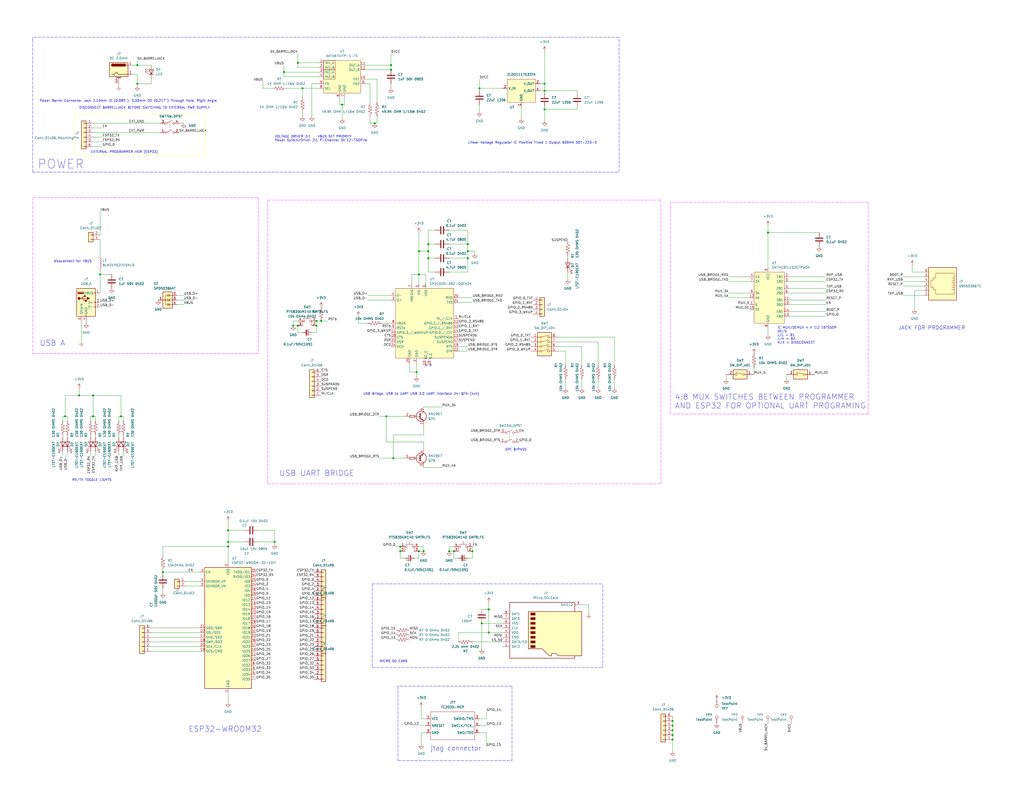
<source format=kicad_sch>
(kicad_sch (version 20211123) (generator eeschema)
  (paper "C")
  (title_block (rev "A"))
  (lib_symbols
    (symbol "Connector:Barrel_Jack_MountingPin" (pin_names hide)
      (property "Reference" "J" (at 0 5.334 0))
      (property "Value" "Barrel_Jack_MountingPin" (at 1.27 -6.35 0))
      (symbol "Barrel_Jack_MountingPin_1_1"
        (text "Mounting" (at 0 -4.191 0) (effects (font (size 0.381 0.381))))
        (pin passive line (at 7.62 2.54 180) (length 2.54) (name "~") (number "1"))
        (pin passive line (at 7.62 -2.54 180) (length 2.54) (name "~") (number "2"))
        (pin passive line (at 0 -7.62 90) (length 3.048) (name "MountPin") (number "MP"))
      )
    )
    (symbol "Connector:Micro_SD_Card" (pin_names (offset 1.016))
      (property "Reference" "J" (at -16.51 15.24 0))
      (property "Value" "Micro_SD_Card" (at 16.51 15.24 0))
      (symbol "Micro_SD_Card_1_1"
        (pin bidirectional line (at -22.86 7.62 0) (length 3.81) (name "DAT2") (number "1"))
        (pin bidirectional line (at -22.86 5.08 0) (length 3.81) (name "DAT3/CD") (number "2"))
        (pin input line (at -22.86 2.54 0) (length 3.81) (name "CMD") (number "3"))
        (pin power_in line (at -22.86 0 0) (length 3.81) (name "VDD") (number "4"))
        (pin input line (at -22.86 -2.54 0) (length 3.81) (name "CLK") (number "5"))
        (pin power_in line (at -22.86 -5.08 0) (length 3.81) (name "VSS") (number "6"))
        (pin bidirectional line (at -22.86 -7.62 0) (length 3.81) (name "DAT0") (number "7"))
        (pin bidirectional line (at -22.86 -10.16 0) (length 3.81) (name "DAT1") (number "8"))
        (pin passive line (at 20.32 -15.24 180) (length 3.81) (name "SHIELD") (number "9"))
      )
    )
    (symbol "Connector:RJ12" (pin_names (offset 1.016))
      (property "Reference" "J" (at -5.08 11.43 0))
      (property "Value" "RJ12" (at 2.54 11.43 0))
      (symbol "RJ12_1_1"
        (pin passive line (at 10.16 -5.08 180) (length 2.54) (name "~") (number "1"))
        (pin passive line (at 10.16 -2.54 180) (length 2.54) (name "~") (number "2"))
        (pin passive line (at 10.16 0 180) (length 2.54) (name "~") (number "3"))
        (pin passive line (at 10.16 2.54 180) (length 2.54) (name "~") (number "4"))
        (pin passive line (at 10.16 5.08 180) (length 2.54) (name "~") (number "5"))
        (pin passive line (at 10.16 7.62 180) (length 2.54) (name "~") (number "6"))
      )
    )
    (symbol "Connector:TestPoint" (pin_numbers hide) (pin_names (offset 0.762) hide)
      (property "Reference" "TP" (at 0 6.858 0))
      (property "Value" "TestPoint" (at 0 5.08 0))
      (symbol "TestPoint_1_1"
        (pin passive line (at 0 0 90) (length 2.54) (name "1") (number "1"))
      )
    )
    (symbol "Connector:USB_A" (pin_names (offset 1.016))
      (property "Reference" "J" (at -5.08 11.43 0))
      (property "Value" "USB_A" (at -5.08 8.89 0))
      (symbol "USB_A_1_1"
        (pin power_in line (at 7.62 5.08 180) (length 2.54) (name "VBUS") (number "1"))
        (pin bidirectional line (at 7.62 -2.54 180) (length 2.54) (name "D-") (number "2"))
        (pin bidirectional line (at 7.62 0 180) (length 2.54) (name "D+") (number "3"))
        (pin power_in line (at 0 -10.16 90) (length 2.54) (name "GND") (number "4"))
        (pin passive line (at -2.54 -10.16 90) (length 2.54) (name "Shield") (number "5"))
      )
    )
    (symbol "Connector_Generic:Conn_01x02" (pin_names (offset 1.016) hide)
      (property "Reference" "J" (at 0 2.54 0))
      (property "Value" "Conn_01x02" (at 0 -5.08 0))
      (symbol "Conn_01x02_1_1"
        (pin passive line (at -5.08 0 0) (length 3.81) (name "Pin_1") (number "1"))
        (pin passive line (at -5.08 -2.54 0) (length 3.81) (name "Pin_2") (number "2"))
      )
    )
    (symbol "Connector_Generic:Conn_01x04" (pin_names (offset 1.016) hide)
      (property "Reference" "J" (at 0 5.08 0))
      (property "Value" "Conn_01x04" (at 0 -7.62 0))
      (symbol "Conn_01x04_1_1"
        (pin passive line (at -5.08 2.54 0) (length 3.81) (name "Pin_1") (number "1"))
        (pin passive line (at -5.08 0 0) (length 3.81) (name "Pin_2") (number "2"))
        (pin passive line (at -5.08 -2.54 0) (length 3.81) (name "Pin_3") (number "3"))
        (pin passive line (at -5.08 -5.08 0) (length 3.81) (name "Pin_4") (number "4"))
      )
    )
    (symbol "Connector_Generic:Conn_01x06" (pin_names (offset 1.016) hide)
      (property "Reference" "J" (at 0 7.62 0))
      (property "Value" "Conn_01x06" (at 0 -10.16 0))
      (symbol "Conn_01x06_1_1"
        (pin passive line (at -5.08 5.08 0) (length 3.81) (name "Pin_1") (number "1"))
        (pin passive line (at -5.08 2.54 0) (length 3.81) (name "Pin_2") (number "2"))
        (pin passive line (at -5.08 0 0) (length 3.81) (name "Pin_3") (number "3"))
        (pin passive line (at -5.08 -2.54 0) (length 3.81) (name "Pin_4") (number "4"))
        (pin passive line (at -5.08 -5.08 0) (length 3.81) (name "Pin_5") (number "5"))
        (pin passive line (at -5.08 -7.62 0) (length 3.81) (name "Pin_6") (number "6"))
      )
    )
    (symbol "Device:C" (pin_numbers hide) (pin_names (offset 0.254))
      (property "Reference" "C" (at 0.635 2.54 0))
      (property "Value" "C" (at 0.635 -2.54 0))
      (symbol "C_1_1"
        (pin passive line (at 0 3.81 270) (length 2.794) (name "~") (number "1"))
        (pin passive line (at 0 -3.81 90) (length 2.794) (name "~") (number "2"))
      )
    )
    (symbol "Device:C_Polarized_Small" (pin_numbers hide) (pin_names (offset 0.254) hide)
      (property "Reference" "C" (at 0.254 1.778 0))
      (property "Value" "C_Polarized_Small" (at 0.254 -2.032 0))
      (symbol "C_Polarized_Small_1_1"
        (pin passive line (at 0 2.54 270) (length 1.8542) (name "~") (number "1"))
        (pin passive line (at 0 -2.54 90) (length 1.8542) (name "~") (number "2"))
      )
    )
    (symbol "Device:L" (pin_numbers hide) (pin_names (offset 1.016) hide)
      (property "Reference" "L" (at -1.27 0 90))
      (property "Value" "L" (at 1.905 0 90))
      (symbol "L_1_1"
        (pin passive line (at 0 3.81 270) (length 1.27) (name "1") (number "1"))
        (pin passive line (at 0 -3.81 90) (length 1.27) (name "2") (number "2"))
      )
    )
    (symbol "Device:LED" (pin_numbers hide) (pin_names (offset 1.016) hide)
      (property "Reference" "D" (at 0 2.54 0))
      (property "Value" "LED" (at 0 -2.54 0))
      (symbol "LED_1_1"
        (pin passive line (at -3.81 0 0) (length 2.54) (name "K") (number "1"))
        (pin passive line (at 3.81 0 180) (length 2.54) (name "A") (number "2"))
      )
    )
    (symbol "Device:R_US" (pin_numbers hide) (pin_names (offset 0))
      (property "Reference" "R" (at 2.54 0 90))
      (property "Value" "R_US" (at -2.54 0 90))
      (symbol "R_US_1_1"
        (pin passive line (at 0 3.81 270) (length 1.27) (name "~") (number "1"))
        (pin passive line (at 0 -3.81 90) (length 1.27) (name "~") (number "2"))
      )
    )
    (symbol "LED:IR204A" (pin_numbers hide) (pin_names (offset 1.016) hide)
      (property "Reference" "D" (at 0.508 1.778 0))
      (property "Value" "IR204A" (at -1.016 -2.794 0))
      (symbol "IR204A_1_1"
        (pin passive line (at -5.08 0 0) (length 2.54) (name "K") (number "1"))
        (pin passive line (at 2.54 0 180) (length 2.54) (name "A") (number "2"))
      )
    )
    (symbol "My_Inv:74CBTLV3257PW,118"
      (property "Reference" "U?" (at -9.4106 27.94 0))
      (property "Value" "SN74CBTLV3257PWG4" (at -9.4106 25.4 0))
      (symbol "74CBTLV3257PW,118_1_1"
        (pin input line (at -21.59 5.08 0) (length 2.54) (name "S") (number "1"))
        (pin output line (at 0 5.08 180) (length 2.54) (name "3B2") (number "10"))
        (pin output line (at 0 7.62 180) (length 2.54) (name "3B1") (number "11"))
        (pin input line (at -21.59 8.89 0) (length 2.54) (name "4A") (number "12"))
        (pin output line (at 0 -1.27 180) (length 2.54) (name "4B2") (number "13"))
        (pin output line (at 0 1.27 180) (length 2.54) (name "4B1") (number "14"))
        (pin input line (at -21.59 2.54 0) (length 2.54) (name "OE") (number "15"))
        (pin output line (at 0 20.32 180) (length 2.54) (name "1B1") (number "2"))
        (pin output line (at 0 17.78 180) (length 2.54) (name "1B2") (number "3"))
        (pin input line (at -21.59 20.32 0) (length 2.54) (name "1A") (number "4"))
        (pin output line (at 0 13.97 180) (length 2.54) (name "2B1") (number "5"))
        (pin output line (at 0 11.43 180) (length 2.54) (name "2B2") (number "6"))
        (pin input line (at -21.59 17.78 0) (length 2.54) (name "2A") (number "7"))
        (pin power_out line (at -11.43 -7.62 90) (length 2.54) (name "GND") (number "8"))
        (pin input line (at -21.59 11.43 0) (length 2.54) (name "3A") (number "9"))
        (pin power_in line (at -11.43 25.4 270) (length 2.54) (name "VCC") (number "9"))
      )
    )
    (symbol "My_Inv:AAT4674ITP-1-T1"
      (property "Reference" "U?" (at 5.08 7.62 0))
      (property "Value" "AAT4674ITP-1-T1" (at 5.08 5.08 0))
      (symbol "AAT4674ITP-1-T1_1_1"
        (pin input line (at -7.62 1.27 0) (length 2.54) (name "IN1_A") (number "1"))
        (pin output line (at 17.78 -7.62 180) (length 2.54) (name "IIN1") (number "10"))
        (pin output line (at 17.78 0 180) (length 2.54) (name "OUT_A") (number "11"))
        (pin output line (at 17.78 -2.54 180) (length 2.54) (name "OUT_B") (number "12"))
        (pin input line (at -7.62 -1.27 0) (length 2.54) (name "IN1_B") (number "2"))
        (pin input line (at -7.62 -3.81 0) (length 2.54) (name "IN2_A") (number "3"))
        (pin input line (at -7.62 -6.35 0) (length 2.54) (name "IN2_B") (number "4"))
        (pin input line (at -7.62 -10.16 0) (length 2.54) (name "EN") (number "5"))
        (pin passive line (at 3.81 -17.78 90) (length 2.54) (name "GND") (number "6"))
        (pin passive line (at 6.35 -17.78 90) (length 2.54) (name "GND") (number "7"))
        (pin input line (at -7.62 -12.7 0) (length 2.54) (name "SEL") (number "8"))
        (pin output line (at 17.78 -10.16 180) (length 2.54) (name "IIN2") (number "9"))
      )
    )
    (symbol "My_Inv:CP2102N-A02-GQFN24"
      (property "Reference" "U?" (at -6.8706 26.67 0))
      (property "Value" "CP2102N-A02-GQFN24" (at -6.8706 24.13 0))
      (symbol "CP2102N-A02-GQFN24_1_1"
        (pin output line (at 8.89 5.08 180) (length 2.54) (name "RI_/_CLK") (number "1"))
        (pin power_out line (at -8.89 -20.32 90) (length 2.54) (name "NC_C") (number "10"))
        (pin input line (at -27.94 -2.54 0) (length 2.54) (name "GPIO.3_/_WAKEUP") (number "11"))
        (pin output line (at 8.89 2.54 180) (length 2.54) (name "GPIO.2_/_RS485") (number "12"))
        (pin output line (at 8.89 0 180) (length 2.54) (name "GPIO.1_/_RXT") (number "13"))
        (pin output line (at 8.89 -2.54 180) (length 2.54) (name "GPIO.0_/_TXT") (number "14"))
        (pin output line (at 8.89 -5.08 180) (length 2.54) (name "SUSPENDb") (number "15"))
        (pin power_out line (at -6.35 -20.32 90) (length 2.54) (name "N_C") (number "16"))
        (pin output line (at 8.89 -7.62 180) (length 2.54) (name "SUSPEND") (number "17"))
        (pin input line (at -27.94 -5.08 0) (length 2.54) (name "CTS") (number "18"))
        (pin output line (at 8.89 -10.16 180) (length 2.54) (name "RTS") (number "19"))
        (pin power_out line (at -13.97 -19.05 90) (length 2.54) (name "GND") (number "2"))
        (pin output line (at 8.89 16.51 180) (length 2.54) (name "RXD") (number "20"))
        (pin output line (at 8.89 13.97 180) (length 2.54) (name "TXD") (number "21"))
        (pin input line (at -27.94 -7.62 0) (length 2.54) (name "DSR") (number "22"))
        (pin output line (at 8.89 -12.7 180) (length 2.54) (name "DTR") (number "23"))
        (pin input line (at -27.94 -10.16 0) (length 2.54) (name "DCD") (number "24"))
        (pin power_out line (at -17.78 -19.05 90) (length 2.54) (name "GND") (number "25"))
        (pin input line (at -27.94 15.24 0) (length 2.54) (name "D+") (number "3"))
        (pin input line (at -27.94 17.78 0) (length 2.54) (name "D-") (number "4"))
        (pin power_in line (at -12.7 24.13 270) (length 2.54) (name "VIO") (number "5"))
        (pin power_in line (at -8.89 24.13 270) (length 2.54) (name "VDD") (number "6"))
        (pin power_in line (at -16.51 24.13 270) (length 2.54) (name "VREGIN") (number "7"))
        (pin input line (at -27.94 2.54 0) (length 2.54) (name "VBUS") (number "8"))
        (pin input line (at -27.94 0 0) (length 2.54) (name "RSTb") (number "9"))
      )
    )
    (symbol "My_Inv:ESP32-WROOM-32-EDIT"
      (property "Reference" "U" (at -34.29 25.4 0))
      (property "Value" "ESP32-WROOM-32-EDIT" (at -24.13 22.86 0))
      (symbol "ESP32-WROOM-32-EDIT_1_1"
        (pin power_in line (at 0 -57.15 90) (length 2.54) (name "GND") (number "1"))
        (pin bidirectional line (at 15.24 -34.29 180) (length 2.54) (name "IO25") (number "10"))
        (pin bidirectional line (at 15.24 -36.83 180) (length 2.54) (name "IO26") (number "11"))
        (pin bidirectional line (at 15.24 -39.37 180) (length 2.54) (name "IO27") (number "12"))
        (pin bidirectional line (at 15.24 -11.43 180) (length 2.54) (name "IO14") (number "13"))
        (pin bidirectional line (at 15.24 -6.35 180) (length 2.54) (name "IO12") (number "14"))
        (pin passive line (at 0 -57.15 90) (length 2.54) hide (name "GND") (number "15"))
        (pin bidirectional line (at 15.24 -8.89 180) (length 2.54) (name "IO13") (number "16"))
        (pin bidirectional line (at -15.24 -26.67 0) (length 2.54) (name "SHD/SD2") (number "17"))
        (pin bidirectional line (at -15.24 -29.21 0) (length 2.54) (name "SWP/SD3") (number "18"))
        (pin bidirectional line (at -15.24 -34.29 0) (length 2.54) (name "SCS/CMD") (number "19"))
        (pin power_in line (at 0 13.97 270) (length 2.54) (name "VDD") (number "2"))
        (pin bidirectional line (at -15.24 -31.75 0) (length 2.54) (name "SCK/CLK") (number "20"))
        (pin bidirectional line (at -15.24 -21.59 0) (length 2.54) (name "SDO/SD0") (number "21"))
        (pin bidirectional line (at -15.24 -24.13 0) (length 2.54) (name "SDI/SD1") (number "22"))
        (pin bidirectional line (at 15.24 -13.97 180) (length 2.54) (name "IO15") (number "23"))
        (pin bidirectional line (at 15.24 1.27 180) (length 2.54) (name "IO2") (number "24"))
        (pin bidirectional line (at 15.24 3.81 180) (length 2.54) (name "IO0") (number "25"))
        (pin bidirectional line (at 15.24 -1.27 180) (length 2.54) (name "IO4") (number "26"))
        (pin bidirectional line (at 15.24 -16.51 180) (length 2.54) (name "IO16") (number "27"))
        (pin bidirectional line (at 15.24 -19.05 180) (length 2.54) (name "IO17") (number "28"))
        (pin bidirectional line (at 15.24 -3.81 180) (length 2.54) (name "IO5") (number "29"))
        (pin input line (at -15.24 8.89 0) (length 2.54) (name "EN") (number "3"))
        (pin bidirectional line (at 15.24 -21.59 180) (length 2.54) (name "IO18") (number "30"))
        (pin bidirectional line (at 15.24 -24.13 180) (length 2.54) (name "IO19") (number "31"))
        (pin no_connect line (at -12.7 -49.53 0) (length 2.54) hide (name "NC") (number "32"))
        (pin bidirectional line (at 15.24 -26.67 180) (length 2.54) (name "IO21") (number "33"))
        (pin bidirectional line (at 15.24 6.35 180) (length 2.54) (name "RXD0/IO3") (number "34"))
        (pin bidirectional line (at 15.24 8.89 180) (length 2.54) (name "TXD0/IO1") (number "35"))
        (pin bidirectional line (at 15.24 -29.21 180) (length 2.54) (name "IO22") (number "36"))
        (pin bidirectional line (at 15.24 -31.75 180) (length 2.54) (name "IO23") (number "37"))
        (pin passive line (at 0 -57.15 90) (length 2.54) hide (name "GND") (number "38"))
        (pin passive line (at 0 -57.15 90) (length 2.54) hide (name "GND") (number "39"))
        (pin input line (at -15.24 3.81 0) (length 2.54) (name "SENSOR_VP") (number "4"))
        (pin input line (at -15.24 1.27 0) (length 2.54) (name "SENSOR_VN") (number "5"))
        (pin input line (at 15.24 -46.99 180) (length 2.54) (name "IO34") (number "6"))
        (pin input line (at 15.24 -49.53 180) (length 2.54) (name "IO35") (number "7"))
        (pin bidirectional line (at 15.24 -41.91 180) (length 2.54) (name "IO32") (number "8"))
        (pin bidirectional line (at 15.24 -44.45 180) (length 2.54) (name "IO33") (number "9"))
      )
    )
    (symbol "My_Inv:JTAG6P"
      (property "Reference" "JT*?" (at -16.51 -4.4449 0))
      (property "Value" "TC2030-MCP" (at -16.51 -6.9849 0))
      (symbol "JTAG6P_1_1"
        (pin power_in line (at -10.16 1.27 0) (length 2.54) (name "VCC") (number "1"))
        (pin output line (at 19.05 1.27 180) (length 2.54) (name "SWDIO/TMS") (number "2"))
        (pin input line (at -10.16 -2.54 0) (length 2.54) (name "NRESET") (number "3"))
        (pin power_in line (at 19.05 -2.54 180) (length 2.54) (name "SWCLK/TCK_") (number "4"))
        (pin power_out line (at -10.16 -6.35 0) (length 2.54) (name "GND") (number "5"))
        (pin bidirectional line (at 19.05 -6.35 180) (length 2.54) (name "SWO/TDO") (number "6"))
      )
    )
    (symbol "My_Inv:ZLDO1117G33TA"
      (property "Reference" "U?" (at -6.35 -8.89 0))
      (property "Value" "ZLDO1117G33TA" (at -1.27 8.89 0))
      (symbol "ZLDO1117G33TA_1_1"
        (pin passive line (at -1.27 -8.89 90) (length 2.54) (name "GND") (number "1"))
        (pin power_out line (at 8.89 3.81 180) (length 2.54) (name "V_OUT") (number "2"))
        (pin power_in line (at -11.43 1.27 0) (length 2.54) (name "V_IN") (number "3"))
        (pin power_out line (at 8.89 0 180) (length 2.54) (name "V_OUT") (number "4"))
      )
    )
    (symbol "Power_Protection:SP0503BAHT" (pin_names hide)
      (property "Reference" "D" (at 5.715 2.54 0))
      (property "Value" "SP0503BAHT" (at 5.715 0.635 0))
      (symbol "SP0503BAHT_0_0"
        (pin passive line (at 0 -5.08 90) (length 2.54) (name "A") (number "1"))
      )
      (symbol "SP0503BAHT_1_1"
        (pin passive line (at -2.54 5.08 270) (length 2.54) (name "K") (number "2"))
        (pin passive line (at 0 5.08 270) (length 2.54) (name "K") (number "3"))
        (pin passive line (at 2.54 5.08 270) (length 2.54) (name "K") (number "4"))
      )
    )
    (symbol "Switch:SW_DIP_x01" (pin_names (offset 0) hide)
      (property "Reference" "SW" (at 0 3.81 0))
      (property "Value" "SW_DIP_x01" (at 0 -3.81 0))
      (symbol "SW_DIP_x01_1_1"
        (pin passive line (at -7.62 0 0) (length 5.08) (name "~") (number "1"))
        (pin passive line (at 7.62 0 180) (length 5.08) (name "~") (number "2"))
      )
    )
    (symbol "Switch:SW_DIP_x04" (pin_names (offset 0) hide)
      (property "Reference" "SW" (at 0 8.89 0))
      (property "Value" "SW_DIP_x04" (at 0 -6.35 0))
      (symbol "SW_DIP_x04_1_1"
        (pin passive line (at -7.62 5.08 0) (length 5.08) (name "~") (number "1"))
        (pin passive line (at -7.62 2.54 0) (length 5.08) (name "~") (number "2"))
        (pin passive line (at -7.62 0 0) (length 5.08) (name "~") (number "3"))
        (pin passive line (at -7.62 -2.54 0) (length 5.08) (name "~") (number "4"))
        (pin passive line (at 7.62 -2.54 180) (length 5.08) (name "~") (number "5"))
        (pin passive line (at 7.62 0 180) (length 5.08) (name "~") (number "6"))
        (pin passive line (at 7.62 2.54 180) (length 5.08) (name "~") (number "7"))
        (pin passive line (at 7.62 5.08 180) (length 5.08) (name "~") (number "8"))
      )
    )
    (symbol "Switch:SW_DPST" (pin_names (offset 0) hide)
      (property "Reference" "SW" (at 0 5.08 0))
      (property "Value" "SW_DPST" (at 0 -5.08 0))
      (symbol "SW_DPST_1_1"
        (pin passive line (at -5.08 -2.54 0) (length 2.54) (name "1") (number "1"))
        (pin passive line (at 5.08 -2.54 180) (length 2.54) (name "2") (number "2"))
        (pin passive line (at -5.08 2.54 0) (length 2.54) (name "3") (number "3"))
        (pin passive line (at 5.08 2.54 180) (length 2.54) (name "4") (number "4"))
      )
    )
    (symbol "Switch:SW_MEC_5E" (pin_names (offset 1.016) hide)
      (property "Reference" "SW" (at 0.635 5.715 0))
      (property "Value" "SW_MEC_5E" (at 0 -3.175 0))
      (symbol "SW_MEC_5E_0_1"
        (pin passive line (at -5.08 2.54 0) (length 2.54) (name "1") (number "1"))
        (pin passive line (at -5.08 0 0) (length 2.54) (name "2") (number "2"))
        (pin passive line (at 5.08 0 180) (length 2.54) (name "K") (number "3"))
        (pin passive line (at 5.08 2.54 180) (length 2.54) (name "A") (number "4"))
      )
    )
    (symbol "Transistor_BJT:EMH3" (pin_names hide)
      (property "Reference" "Q" (at 7.62 1.27 0))
      (property "Value" "EMH3" (at 7.62 -1.27 0))
      (symbol "EMH3_1_1"
        (pin passive line (at 5.08 -5.08 90) (length 2.54) (name "E1") (number "1"))
        (pin input line (at -5.08 0 0) (length 2.54) (name "B1") (number "2"))
        (pin passive line (at 5.08 5.08 270) (length 2.54) (name "C1") (number "6"))
      )
      (symbol "EMH3_2_1"
        (pin passive line (at 5.08 5.08 270) (length 2.54) (name "C2") (number "3"))
        (pin passive line (at 5.08 -5.08 90) (length 2.54) (name "E2") (number "4"))
        (pin input line (at -5.08 0 0) (length 2.54) (name "B2") (number "5"))
      )
    )
    (symbol "power:+3.3V" (power) (pin_names (offset 0))
      (property "Value" "+3.3V" (at 0 3.556 0))
      (symbol "+3.3V_1_1"
        (pin power_in line (at 0 0 90) (length 0) hide (name "+3V3") (number "1"))
      )
    )
    (symbol "power:Earth" (power) (pin_names (offset 0))
      (symbol "Earth_1_1"
        (pin power_in line (at 0 0 270) (length 0) hide (name "Earth") (number "1"))
      )
    )
    (symbol "power:GND" (power) (pin_names (offset 0))
      (property "Value" "GND" (at 0 -3.81 0))
      (symbol "GND_1_1"
        (pin power_in line (at 0 0 270) (length 0) hide (name "GND") (number "1"))
      )
    )
  )
  (junction (at 245.11 300.99))
  (junction (at 231.14 300.99))
  (junction (at 257.81 300.99))
  (junction (at 35.56 227.33))
  (junction (at 255.27 140.97))
  (junction (at 233.68 137.16))
  (junction (at 149.86 295.91))
  (junction (at 88.9 312.42))
  (junction (at 255.27 137.16))
  (junction (at 214.63 250.19))
  (junction (at 228.6 149.86))
  (junction (at 367.03 403.86))
  (junction (at 228.6 300.99))
  (junction (at 124.46 295.91))
  (junction (at 124.46 298.45))
  (junction (at 261.62 48.26))
  (junction (at 213.36 35.56))
  (junction (at 218.44 298.45))
  (junction (at 228.6 137.16))
  (junction (at 247.65 300.99))
  (junction (at 54.61 149.86))
  (junction (at 266.7 345.44))
  (junction (at 165.1 48.26))
  (junction (at 74.93 45.72))
  (junction (at 367.03 396.24))
  (junction (at 172.72 175.26))
  (junction (at 43.18 215.9))
  (junction (at 66.04 227.33))
  (junction (at 175.26 175.26))
  (junction (at 210.82 227.33))
  (junction (at 367.03 393.7))
  (junction (at 162.56 177.8))
  (junction (at 266.7 332.74))
  (junction (at 367.03 401.32))
  (junction (at 218.44 300.99))
  (junction (at 297.18 45.72))
  (junction (at 162.56 34.29))
  (junction (at 213.36 38.1))
  (junction (at 50.8 215.9))
  (junction (at 160.02 177.8))
  (junction (at 297.18 59.69))
  (junction (at 419.1 127))
  (junction (at 50.8 227.33))
  (junction (at 124.46 289.56))
  (junction (at 154.94 39.37))
  (junction (at 172.72 177.8))
  (junction (at 262.89 340.36))
  (junction (at 186.7131 57.15))
  (junction (at 204.47 67.31))
  (junction (at 367.03 398.78))
  (junction (at 227.33 203.2))
  (junction (at 297.18 49.53))
  (junction (at 74.93 35.56))
  (junction (at 233.68 140.97))
  (junction (at 233.68 133.35))
  (junction (at 255.27 133.35))
  (no_connect (at 232.41 199.39))
  (no_connect (at 234.95 199.39))
  (wire (pts (xy 224.79 154.94) (xy 224.79 149.86)))
  (polyline (pts (xy 203.2 364.49) (xy 328.93 364.49)))
  (wire (pts (xy 259.08 138.43) (xy 259.08 137.16)))
  (wire (pts (xy 172.72 175.26) (xy 172.72 177.8)))
  (wire (pts (xy 297.18 49.53) (xy 297.18 45.72)))
  (wire (pts (xy 233.68 140.97) (xy 233.68 148.59)))
  (polyline (pts (xy 17.78 21.59) (xy 17.78 93.98)))
  (wire (pts (xy 66.04 215.9) (xy 66.04 227.33)))
  (wire (pts (xy 419.1 127) (xy 419.1 146.05)))
  (wire (pts (xy 294.64 45.72) (xy 297.18 45.72)))
  (wire (pts (xy 250.19 345.44) (xy 250.19 350.52)))
  (wire (pts (xy 36.83 248.92) (xy 36.83 246.38)))
  (wire (pts (xy 199.39 43.18) (xy 205.74 43.18)))
  (wire (pts (xy 175.26 175.26) (xy 172.72 175.26)))
  (wire (pts (xy 143.51 48.26) (xy 148.59 48.26)))
  (wire (pts (xy 266.7 345.44) (xy 250.19 345.44)))
  (polyline (pts (xy 360.68 118.11) (xy 360.68 224.79)) (stroke (width 0) (color 255 0 255 1)))
  (wire (pts (xy 186.69 64.77) (xy 186.7131 57.15)))
  (polyline (pts (xy 337.82 93.98) (xy 337.82 20.32)))
  (polyline (pts (xy 17.78 193.04) (xy 60.96 193.04)) (stroke (width 0) (color 255 0 255 1)))
  (wire (pts (xy 124.46 289.56) (xy 124.46 284.48)))
  (wire (pts (xy 255.27 140.97) (xy 255.27 137.16)))
  (wire (pts (xy 317.5 207.01) (xy 317.5 212.09)))
  (wire (pts (xy 100.33 166.37) (xy 96.52 166.37)))
  (polyline (pts (xy 367.03 226.06) (xy 473.71 226.06)) (stroke (width 0) (color 255 0 255 1)))
  (wire (pts (xy 224.79 149.86) (xy 228.6 149.86)))
  (polyline (pts (xy 360.68 264.16) (xy 360.68 224.79)) (stroke (width 0) (color 255 0 255 1)))
  (wire (pts (xy 165.1 48.26) (xy 173.99 48.26)))
  (wire (pts (xy 200.66 176.53) (xy 195.58 176.53)))
  (wire (pts (xy 34.29 227.33) (xy 35.56 227.33)))
  (polyline (pts (xy 360.68 109.22) (xy 360.68 118.11)) (stroke (width 0) (color 255 0 255 1)))
  (wire (pts (xy 429.26 207.01) (xy 429.26 204.47)))
  (wire (pts (xy 124.46 295.91) (xy 124.46 298.45)))
  (wire (pts (xy 335.28 184.15) (xy 335.28 199.39)))
  (wire (pts (xy 397.51 162.56) (xy 408.94 162.56)))
  (wire (pts (xy 257.81 298.45) (xy 257.81 300.99)))
  (polyline (pts (xy 203.2 318.77) (xy 328.93 318.77)))
  (wire (pts (xy 43.18 215.9) (xy 50.8 215.9)))
  (wire (pts (xy 55.88 74.93) (xy 50.8 74.93)))
  (wire (pts (xy 255.27 191.77) (xy 250.19 191.77)))
  (wire (pts (xy 492.76 161.29) (xy 504.19 161.29)))
  (wire (pts (xy 199.39 35.56) (xy 213.36 35.56)))
  (wire (pts (xy 255.27 148.59) (xy 255.27 140.97)))
  (wire (pts (xy 231.14 241.3) (xy 210.82 241.3)))
  (polyline (pts (xy 279.4 415.29) (xy 279.4 374.65)))
  (wire (pts (xy 160.02 175.26) (xy 162.56 175.26)))
  (wire (pts (xy 72.39 35.56) (xy 74.93 35.56)))
  (wire (pts (xy 245.11 133.35) (xy 255.27 133.35)))
  (wire (pts (xy 265.43 392.43) (xy 261.62 392.43)))
  (wire (pts (xy 49.53 227.33) (xy 50.8 227.33)))
  (wire (pts (xy 261.62 60.96) (xy 261.62 57.15)))
  (wire (pts (xy 54.61 115.57) (xy 54.61 128.27)))
  (wire (pts (xy 309.88 139.7) (xy 309.88 140.97)))
  (polyline (pts (xy 40.64 62.23) (xy 40.64 85.09)) (stroke (width 0) (color 255 255 0 1)))
  (polyline (pts (xy 140.97 193.04) (xy 60.96 193.04)) (stroke (width 0) (color 255 0 255 1)))
  (wire (pts (xy 149.86 295.91) (xy 149.86 297.18)))
  (wire (pts (xy 396.24 207.01) (xy 396.24 204.47)))
  (wire (pts (xy 64.77 248.92) (xy 64.77 246.38)))
  (wire (pts (xy 233.68 125.73) (xy 237.49 125.73)))
  (wire (pts (xy 156.21 48.26) (xy 165.1 48.26)))
  (wire (pts (xy 160.02 177.8) (xy 162.56 177.8)))
  (wire (pts (xy 367.03 401.32) (xy 367.03 403.86)))
  (wire (pts (xy 34.29 248.92) (xy 34.29 246.38)))
  (wire (pts (xy 36.83 227.33) (xy 36.83 229.87)))
  (wire (pts (xy 205.74 55.88) (xy 205.74 43.18)))
  (wire (pts (xy 204.47 67.31) (xy 205.74 67.31)))
  (wire (pts (xy 82.55 350.52) (xy 109.22 350.52)))
  (wire (pts (xy 450.85 153.67) (xy 430.53 153.67)))
  (wire (pts (xy 419.1 127) (xy 447.04 127)))
  (wire (pts (xy 228.6 127) (xy 228.6 137.16)))
  (polyline (pts (xy 146.05 109.22) (xy 146.05 118.11)) (stroke (width 0) (color 255 0 255 1)))
  (wire (pts (xy 201.93 67.31) (xy 204.47 67.31)))
  (wire (pts (xy 397.51 153.67) (xy 408.94 153.67)))
  (wire (pts (xy 229.87 406.4) (xy 229.87 400.05)))
  (polyline (pts (xy 328.93 364.49) (xy 328.93 318.77)))
  (wire (pts (xy 213.36 35.56) (xy 213.36 29.21)))
  (wire (pts (xy 54.61 130.81) (xy 54.61 139.7)))
  (wire (pts (xy 450.85 166.37) (xy 430.53 166.37)))
  (wire (pts (xy 397.51 151.13) (xy 408.94 151.13)))
  (wire (pts (xy 54.61 149.86) (xy 60.96 149.86)))
  (wire (pts (xy 233.68 125.73) (xy 233.68 133.35)))
  (wire (pts (xy 50.8 215.9) (xy 50.8 227.33)))
  (wire (pts (xy 397.51 160.02) (xy 408.94 160.02)))
  (wire (pts (xy 185.42 57.15) (xy 186.7131 57.15)))
  (wire (pts (xy 250.19 304.8) (xy 247.65 304.8)))
  (wire (pts (xy 201.93 63.5) (xy 201.93 67.31)))
  (wire (pts (xy 82.55 353.06) (xy 109.22 353.06)))
  (polyline (pts (xy 203.2 318.77) (xy 203.2 364.49)))
  (wire (pts (xy 88.9 311.15) (xy 88.9 312.42)))
  (polyline (pts (xy 17.78 107.95) (xy 17.78 193.04)) (stroke (width 0) (color 255 0 255 1)))
  (wire (pts (xy 262.89 332.74) (xy 266.7 332.74)))
  (wire (pts (xy 49.53 237.49) (xy 49.53 238.76)))
  (wire (pts (xy 255.27 304.8) (xy 257.81 304.8)))
  (wire (pts (xy 200.66 161.29) (xy 213.36 161.29)))
  (wire (pts (xy 55.88 77.47) (xy 50.8 77.47)))
  (wire (pts (xy 297.18 66.04) (xy 297.18 59.69)))
  (wire (pts (xy 143.51 44.45) (xy 143.51 48.26)))
  (wire (pts (xy 74.93 45.72) (xy 82.55 45.72)))
  (wire (pts (xy 173.99 45.72) (xy 170.18 45.72)))
  (wire (pts (xy 227.33 203.2) (xy 227.33 198.12)))
  (wire (pts (xy 162.56 29.21) (xy 162.56 34.29)))
  (wire (pts (xy 308.61 191.77) (xy 308.61 199.39)))
  (wire (pts (xy 88.9 323.85) (xy 88.9 321.31)))
  (wire (pts (xy 228.6 149.86) (xy 232.41 149.86)))
  (wire (pts (xy 265.43 400.05) (xy 261.62 400.05)))
  (wire (pts (xy 101.6 317.5) (xy 109.22 317.5)))
  (wire (pts (xy 36.83 237.49) (xy 36.83 238.76)))
  (wire (pts (xy 74.93 40.64) (xy 74.93 45.72)))
  (wire (pts (xy 304.8 191.77) (xy 308.61 191.77)))
  (wire (pts (xy 228.6 137.16) (xy 228.6 149.86)))
  (wire (pts (xy 55.88 69.85) (xy 50.8 69.85)))
  (wire (pts (xy 220.98 304.8) (xy 218.44 304.8)))
  (wire (pts (xy 82.55 342.9) (xy 109.22 342.9)))
  (wire (pts (xy 326.39 207.01) (xy 326.39 212.09)))
  (wire (pts (xy 100.33 161.29) (xy 96.52 161.29)))
  (wire (pts (xy 255.27 189.23) (xy 250.19 189.23)))
  (wire (pts (xy 100.33 67.31) (xy 97.79 67.31)))
  (wire (pts (xy 229.87 400.05) (xy 232.41 400.05)))
  (wire (pts (xy 50.8 72.39) (xy 87.63 72.39)))
  (wire (pts (xy 187.96 57.15) (xy 186.7131 57.15)))
  (wire (pts (xy 162.56 36.83) (xy 173.99 36.83)))
  (wire (pts (xy 67.31 248.92) (xy 67.31 246.38)))
  (wire (pts (xy 210.82 241.3) (xy 210.82 227.33)))
  (wire (pts (xy 52.07 237.49) (xy 52.07 238.76)))
  (polyline (pts (xy 217.17 415.29) (xy 279.4 415.29)))
  (wire (pts (xy 154.94 39.37) (xy 154.94 41.91)))
  (wire (pts (xy 124.46 295.91) (xy 133.35 295.91)))
  (wire (pts (xy 52.07 227.33) (xy 52.07 229.87)))
  (wire (pts (xy 492.76 153.67) (xy 504.19 153.67)))
  (polyline (pts (xy 337.82 20.32) (xy 17.78 20.32)))
  (wire (pts (xy 274.32 340.36) (xy 262.89 340.36)))
  (wire (pts (xy 100.33 163.83) (xy 96.52 163.83)))
  (wire (pts (xy 82.55 347.98) (xy 109.22 347.98)))
  (wire (pts (xy 228.6 300.99) (xy 228.6 304.8)))
  (wire (pts (xy 172.72 181.61) (xy 172.72 177.8)))
  (wire (pts (xy 237.49 140.97) (xy 233.68 140.97)))
  (wire (pts (xy 304.8 189.23) (xy 317.5 189.23)))
  (wire (pts (xy 297.18 49.53) (xy 314.96 49.53)))
  (wire (pts (xy 66.04 227.33) (xy 67.31 227.33)))
  (wire (pts (xy 450.85 172.72) (xy 430.53 172.72)))
  (wire (pts (xy 245.11 300.99) (xy 245.11 298.45)))
  (wire (pts (xy 185.42 53.34) (xy 185.42 57.15)))
  (wire (pts (xy 210.82 227.33) (xy 220.98 227.33)))
  (wire (pts (xy 213.36 38.1) (xy 213.36 35.56)))
  (polyline (pts (xy 146.05 109.22) (xy 360.68 109.22)) (stroke (width 0) (color 255 0 255 1)))
  (wire (pts (xy 165.1 63.5) (xy 165.1 60.96)))
  (wire (pts (xy 297.18 59.69) (xy 297.18 58.42)))
  (wire (pts (xy 317.5 330.2) (xy 321.31 330.2)))
  (wire (pts (xy 199.39 45.72) (xy 201.93 45.72)))
  (polyline (pts (xy 146.05 264.16) (xy 360.68 264.16)) (stroke (width 0) (color 255 0 255 1)))
  (wire (pts (xy 266.7 345.44) (xy 274.32 345.44)))
  (wire (pts (xy 231.14 245.11) (xy 231.14 241.3)))
  (wire (pts (xy 49.53 248.92) (xy 49.53 246.38)))
  (wire (pts (xy 214.63 237.49) (xy 214.63 250.19)))
  (wire (pts (xy 52.07 248.92) (xy 52.07 246.38)))
  (wire (pts (xy 419.1 182.88) (xy 419.1 179.07)))
  (wire (pts (xy 82.55 345.44) (xy 109.22 345.44)))
  (wire (pts (xy 201.93 55.88) (xy 201.93 45.72)))
  (wire (pts (xy 213.36 48.26) (xy 213.36 45.72)))
  (wire (pts (xy 419.1 123.19) (xy 419.1 127)))
  (wire (pts (xy 82.55 355.6) (xy 109.22 355.6)))
  (wire (pts (xy 67.31 227.33) (xy 67.31 229.87)))
  (wire (pts (xy 214.63 250.19) (xy 220.98 250.19)))
  (wire (pts (xy 229.87 386.08) (xy 229.87 392.43)))
  (wire (pts (xy 74.93 35.56) (xy 74.93 33.02)))
  (wire (pts (xy 54.61 147.32) (xy 54.61 149.86)))
  (wire (pts (xy 367.03 398.78) (xy 367.03 401.32)))
  (wire (pts (xy 266.7 328.93) (xy 266.7 332.74)))
  (wire (pts (xy 314.96 58.42) (xy 314.96 59.69)))
  (wire (pts (xy 179.07 175.26) (xy 175.26 175.26)))
  (wire (pts (xy 50.8 227.33) (xy 52.07 227.33)))
  (wire (pts (xy 450.85 157.48) (xy 430.53 157.48)))
  (wire (pts (xy 245.11 148.59) (xy 255.27 148.59)))
  (wire (pts (xy 261.62 48.26) (xy 261.62 49.53)))
  (polyline (pts (xy 473.71 226.06) (xy 473.71 110.49)) (stroke (width 0) (color 255 0 255 1)))
  (wire (pts (xy 450.85 163.83) (xy 430.53 163.83)))
  (wire (pts (xy 492.76 156.21) (xy 504.19 156.21)))
  (wire (pts (xy 255.27 140.97) (xy 245.11 140.97)))
  (wire (pts (xy 411.48 200.66) (xy 411.48 204.47)))
  (wire (pts (xy 195.58 176.53) (xy 195.58 172.72)))
  (wire (pts (xy 450.85 160.02) (xy 430.53 160.02)))
  (wire (pts (xy 88.9 312.42) (xy 88.9 313.69)))
  (wire (pts (xy 255.27 133.35) (xy 255.27 125.73)))
  (polyline (pts (xy 473.71 110.49) (xy 365.76 110.49)) (stroke (width 0) (color 255 0 255 1)))
  (wire (pts (xy 160.02 177.8) (xy 160.02 175.26)))
  (wire (pts (xy 367.03 391.16) (xy 367.03 393.7)))
  (wire (pts (xy 228.6 396.24) (xy 232.41 396.24)))
  (wire (pts (xy 72.39 40.64) (xy 74.93 40.64)))
  (wire (pts (xy 34.29 227.33) (xy 34.29 229.87)))
  (wire (pts (xy 64.77 45.72) (xy 64.77 46.99)))
  (wire (pts (xy 245.11 300.99) (xy 247.65 300.99)))
  (wire (pts (xy 297.18 59.69) (xy 314.96 59.69)))
  (wire (pts (xy 205.74 63.5) (xy 205.74 67.31)))
  (wire (pts (xy 265.43 388.62) (xy 265.43 392.43)))
  (wire (pts (xy 499.11 158.75) (xy 499.11 168.91)))
  (wire (pts (xy 314.96 49.53) (xy 314.96 50.8)))
  (wire (pts (xy 255.27 137.16) (xy 255.27 133.35)))
  (wire (pts (xy 284.48 64.77) (xy 284.48 58.42)))
  (polyline (pts (xy 17.78 93.98) (xy 337.82 93.98)))
  (polyline (pts (xy 140.97 107.95) (xy 140.97 193.04)) (stroke (width 0) (color 255 0 255 1)))
  (wire (pts (xy 124.46 289.56) (xy 124.46 295.91)))
  (wire (pts (xy 133.35 289.56) (xy 124.46 289.56)))
  (wire (pts (xy 35.56 227.33) (xy 36.83 227.33)))
  (wire (pts (xy 261.62 43.18) (xy 261.62 48.26)))
  (wire (pts (xy 450.85 170.18) (xy 430.53 170.18)))
  (wire (pts (xy 308.61 207.01) (xy 308.61 212.09)))
  (wire (pts (xy 497.84 144.78) (xy 497.84 148.59)))
  (wire (pts (xy 237.49 148.59) (xy 233.68 148.59)))
  (wire (pts (xy 257.81 304.8) (xy 257.81 300.99)))
  (wire (pts (xy 245.11 298.45) (xy 247.65 298.45)))
  (wire (pts (xy 304.8 186.69) (xy 326.39 186.69)))
  (wire (pts (xy 232.41 149.86) (xy 232.41 154.94)))
  (wire (pts (xy 215.9 298.45) (xy 218.44 298.45)))
  (wire (pts (xy 50.8 67.31) (xy 87.63 67.31)))
  (polyline (pts (xy 279.4 374.65) (xy 217.17 374.65)))
  (wire (pts (xy 367.03 403.86) (xy 367.03 410.21)))
  (wire (pts (xy 50.8 215.9) (xy 66.04 215.9)))
  (wire (pts (xy 309.88 152.4) (xy 309.88 148.59)))
  (wire (pts (xy 450.85 151.13) (xy 430.53 151.13)))
  (wire (pts (xy 165.1 48.26) (xy 165.1 53.34)))
  (wire (pts (xy 46.99 176.53) (xy 46.99 175.26)))
  (wire (pts (xy 140.97 289.56) (xy 149.86 289.56)))
  (wire (pts (xy 154.94 39.37) (xy 173.99 39.37)))
  (wire (pts (xy 49.53 227.33) (xy 49.53 229.87)))
  (wire (pts (xy 321.31 335.28) (xy 321.31 330.2)))
  (wire (pts (xy 297.18 45.72) (xy 297.18 27.94)))
  (wire (pts (xy 207.01 250.19) (xy 214.63 250.19)))
  (polyline (pts (xy 86.36 107.95) (xy 17.78 107.95)) (stroke (width 0) (color 255 0 255 1)))
  (wire (pts (xy 208.28 176.53) (xy 213.36 176.53)))
  (wire (pts (xy 124.46 298.45) (xy 124.46 307.34)))
  (wire (pts (xy 231.14 300.99) (xy 231.14 298.45)))
  (wire (pts (xy 335.28 207.01) (xy 335.28 212.09)))
  (wire (pts (xy 245.11 125.73) (xy 255.27 125.73)))
  (wire (pts (xy 88.9 312.42) (xy 109.22 312.42)))
  (wire (pts (xy 170.18 45.72) (xy 170.18 63.5)))
  (wire (pts (xy 317.5 189.23) (xy 317.5 199.39)))
  (wire (pts (xy 200.66 163.83) (xy 213.36 163.83)))
  (wire (pts (xy 223.52 198.12) (xy 223.52 203.2)))
  (wire (pts (xy 304.8 184.15) (xy 335.28 184.15)))
  (wire (pts (xy 233.68 137.16) (xy 233.68 140.97)))
  (wire (pts (xy 162.56 34.29) (xy 162.56 36.83)))
  (wire (pts (xy 233.68 133.35) (xy 237.49 133.35)))
  (wire (pts (xy 231.14 237.49) (xy 214.63 237.49)))
  (wire (pts (xy 124.46 383.54) (xy 124.46 378.46)))
  (wire (pts (xy 261.62 48.26) (xy 274.32 48.26)))
  (wire (pts (xy 228.6 149.86) (xy 228.6 154.94)))
  (wire (pts (xy 154.94 41.91) (xy 173.99 41.91)))
  (wire (pts (xy 44.45 175.26) (xy 44.45 186.69)))
  (wire (pts (xy 241.3 222.25) (xy 231.14 222.25)))
  (wire (pts (xy 257.81 350.52) (xy 274.32 350.52)))
  (wire (pts (xy 35.56 215.9) (xy 43.18 215.9)))
  (polyline (pts (xy 86.36 107.95) (xy 140.97 107.95)) (stroke (width 0) (color 255 0 255 1)))
  (wire (pts (xy 265.43 396.24) (xy 261.62 396.24)))
  (wire (pts (xy 229.87 392.43) (xy 232.41 392.43)))
  (wire (pts (xy 223.52 203.2) (xy 227.33 203.2)))
  (wire (pts (xy 218.44 304.8) (xy 218.44 300.99)))
  (wire (pts (xy 218.44 298.45) (xy 218.44 300.99)))
  (polyline (pts (xy 217.17 374.65) (xy 217.17 415.29)))
  (wire (pts (xy 162.56 34.29) (xy 173.99 34.29)))
  (wire (pts (xy 241.3 255.27) (xy 231.14 255.27)))
  (wire (pts (xy 187.96 53.34) (xy 187.96 57.15)))
  (wire (pts (xy 257.81 162.56) (xy 250.19 162.56)))
  (polyline (pts (xy 40.64 62.23) (xy 111.76 62.23)) (stroke (width 0) (color 255 255 0 1)))
  (wire (pts (xy 367.03 396.24) (xy 367.03 398.78)))
  (wire (pts (xy 199.39 38.1) (xy 213.36 38.1)))
  (wire (pts (xy 43.18 212.09) (xy 43.18 215.9)))
  (wire (pts (xy 74.93 35.56) (xy 82.55 35.56)))
  (wire (pts (xy 492.76 151.13) (xy 504.19 151.13)))
  (wire (pts (xy 497.84 148.59) (xy 504.19 148.59)))
  (wire (pts (xy 64.77 227.33) (xy 66.04 227.33)))
  (polyline (pts (xy 40.64 85.09) (xy 111.76 85.09)) (stroke (width 0) (color 255 255 0 1)))
  (wire (pts (xy 74.93 45.72) (xy 74.93 46.99)))
  (wire (pts (xy 162.56 177.8) (xy 162.56 181.61)))
  (wire (pts (xy 88.9 298.45) (xy 88.9 303.53)))
  (wire (pts (xy 227.33 205.74) (xy 227.33 203.2)))
  (wire (pts (xy 207.01 227.33) (xy 210.82 227.33)))
  (wire (pts (xy 294.64 49.53) (xy 297.18 49.53)))
  (wire (pts (xy 54.61 149.86) (xy 54.61 160.02)))
  (wire (pts (xy 233.68 133.35) (xy 233.68 137.16)))
  (wire (pts (xy 228.6 137.16) (xy 233.68 137.16)))
  (polyline (pts (xy 146.05 118.11) (xy 146.05 264.16)) (stroke (width 0) (color 255 0 255 1)))
  (wire (pts (xy 149.86 289.56) (xy 149.86 295.91)))
  (wire (pts (xy 266.7 332.74) (xy 266.7 345.44)))
  (wire (pts (xy 101.6 320.04) (xy 109.22 320.04)))
  (wire (pts (xy 257.81 165.1) (xy 250.19 165.1)))
  (polyline (pts (xy 111.76 85.09) (xy 111.76 62.23)) (stroke (width 0) (color 255 255 0 1)))
  (wire (pts (xy 231.14 300.99) (xy 228.6 300.99)))
  (wire (pts (xy 35.56 215.9) (xy 35.56 227.33)))
  (wire (pts (xy 326.39 186.69) (xy 326.39 199.39)))
  (wire (pts (xy 255.27 137.16) (xy 259.08 137.16)))
  (wire (pts (xy 82.55 43.18) (xy 82.55 45.72)))
  (polyline (pts (xy 365.76 226.06) (xy 365.76 110.49)) (stroke (width 0) (color 255 0 255 1)))
  (wire (pts (xy 64.77 227.33) (xy 64.77 229.87)))
  (wire (pts (xy 64.77 237.49) (xy 64.77 238.76)))
  (wire (pts (xy 140.97 295.91) (xy 149.86 295.91)))
  (polyline (pts (xy 17.78 20.32) (xy 17.78 21.59)))
  (wire (pts (xy 297.18 49.53) (xy 297.18 50.8)))
  (wire (pts (xy 265.43 400.05) (xy 265.43 407.67)))
  (wire (pts (xy 34.29 237.49) (xy 34.29 238.76)))
  (wire (pts (xy 504.19 158.75) (xy 499.11 158.75)))
  (wire (pts (xy 226.06 304.8) (xy 228.6 304.8)))
  (wire (pts (xy 55.88 80.01) (xy 50.8 80.01)))
  (wire (pts (xy 154.94 35.56) (xy 154.94 39.37)))
  (wire (pts (xy 231.14 298.45) (xy 228.6 298.45)))
  (wire (pts (xy 170.18 181.61) (xy 172.72 181.61)))
  (wire (pts (xy 367.03 393.7) (xy 367.03 396.24)))
  (wire (pts (xy 88.9 298.45) (xy 124.46 298.45)))
  (wire (pts (xy 165.1 181.61) (xy 162.56 181.61)))
  (wire (pts (xy 262.89 340.36) (xy 262.89 354.33)))
  (wire (pts (xy 67.31 237.49) (xy 67.31 238.76)))
  (wire (pts (xy 231.14 232.41) (xy 231.14 237.49)))
  (wire (pts (xy 247.65 300.99) (xy 247.65 304.8)))
  (text "USB UART BRIDGE\n" (at 152.4 260.35 0) (effects (font (size 3 3)) (justify left bottom)))
  (text "jtag connector\n" (at 234.95 410.21 0) (effects (font (size 2.5 2.5)) (justify left bottom)))
  (text "MICRO SD CARD\n" (at 207.01 361.95 0) (effects (font (size 1.27 1.27)) (justify left bottom)))
  (text "4:8 MUX SWITCHES BETWEEN PROGRAMMER\nAND ESP32 FOR OPTIONAL UART PROGRAMING " (at 368.3 223.52 0) (effects (font (size 3 3)) (justify left bottom)))
  (text "Power Barrel Connector Jack 2.10mm ID (0.083\"), 5.50mm OD (0.217\") Through Hole, Right Angle" (at 21.59 55.88 0) (effects (font (size 1.27 1.27)) (justify left bottom)))
  (text "JACK FOR PROGRAMMER" (at 490.22 180.34 0) (effects (font (size 2 2)) (justify left bottom)))
  (text "VOLTAGE DRIVER 2:1    VBUS SET PRIORITY\nPower Switch/Driver 2:1 P-Channel 3A 12-TSOPJW" (at 149.86 77.47 0) (effects (font (size 1.27 1.27)) (justify left bottom)))
  (text "DISCONNECT BARRELLJACK BEFORE SWITCHING TO EXTERNAL PWR SUPPLY" (at 43.18 59.69 0) (effects (font (size 1.27 1.27)) (justify left bottom)))
  (text "dissconnect for VBUS" (at 29.21 143.51 0) (effects (font (size 1.27 1.27)) (justify left bottom)))
  (text "RX/TX TOGGLE LIGHTS" (at 39.37 262.89 0) (effects (font (size 1.27 1.27)) (justify left bottom)))
  (text "Linear Voltage Regulator IC Positive Fixed 1 Output 600mA SOT-223-3" (at 255.27 78.74 0) (effects (font (size 1.27 1.27)) (justify left bottom)))
  (text "EXTERNAL PROGRAMMER HDR (ESP32)" (at 49.53 83.82 0) (effects (font (size 1.27 1.27)) (justify left bottom)))
  (text "USB A" (at 21.59 189.23 0) (effects (font (size 3 3)) (justify left bottom)))
  (text "USB Bridge, USB to UART USB 2.0 UART Interface 24-QFN (4x4)" (at 198.12 215.9 0) (effects (font (size 1.27 1.27)) (justify left bottom)))
  (text "OPT BYPASS" (at 275.59 246.38 0) (effects (font (size 1.27 1.27)) (justify left bottom)))
  (text "POWER" (at 20.32 92.71 0) (effects (font (size 5 5)) (justify left bottom)))
  (text "ESP32-WROOM32" (at 102.87 400.05 0) (effects (font (size 3 3)) (justify left bottom)))
  (text "IC MUX/DEMUX 4 X 1:2 16TSSOP\nOE/S\nL/L = B1\nL/H = B2\nH/X = DISSCONNECT\n" (at 424.18 187.96 0) (effects (font (size 1.27 1.27)) (justify left bottom)))
  (label "GPIO_4" (at 171.45 322.58 180))
  (label "USB_BRIDGE_RTS" (at 273.05 241.3 180))
  (label "GPIO_16" (at 171.45 337.82 180))
  (label "MOSI" (at 223.52 349.25 0))
  (label "GPIO_3_WKUP" (at 213.36 181.61 180))
  (label "5VCC" (at 261.62 43.18 0))
  (label "DSR" (at 213.36 186.69 180))
  (label "GPIO_13" (at 171.45 330.2 180))
  (label "ESP32_RX" (at 55.88 77.47 0))
  (label "RXP_USB" (at 64.77 248.92 270))
  (label "SUSPEND" (at 250.19 186.69 0))
  (label "RESET_P" (at 450.85 163.83 0))
  (label "GPIO_3_WKUP" (at 290.83 171.45 180))
  (label "GPIO_2_RS485" (at 289.56 189.23 180))
  (label "MISO" (at 274.32 337.82 180))
  (label "DCD" (at 213.36 189.23 180))
  (label "ESP32_TX" (at 52.07 248.92 270))
  (label "GPIO_26" (at 139.7 358.14 0))
  (label "GPIO_3_WKUP" (at 289.56 191.77 180))
  (label "GPIO_0_TXT" (at 289.56 184.15 180))
  (label "MOSI" (at 274.32 347.98 180))
  (label "MUX_3A" (at 241.3 222.25 0))
  (label "GPIO_16" (at 139.7 337.82 0))
  (label "GPIO_25" (at 171.45 355.6 180))
  (label "MUX_OE" (at 444.5 204.47 0))
  (label "TXP_USB" (at 492.76 161.29 180))
  (label "SUSPENDb" (at 250.19 184.15 0))
  (label "BOOT_P" (at 492.76 151.13 180))
  (label "GPIO_2" (at 171.45 320.04 180))
  (label "5V_BARRELJACK" (at 419.1 394.97 270))
  (label "MUX_S" (at 408.94 166.37 180))
  (label "USB_D+" (at 54.61 165.1 0))
  (label "RI{slash}CLK" (at 250.19 173.99 0))
  (label "DCD" (at 175.26 208.28 0))
  (label "GPIO_17" (at 171.45 340.36 180))
  (label "USB_D+" (at 100.33 161.29 0))
  (label "5VCC" (at 431.8 394.97 270))
  (label "GPIO_0_TXT" (at 250.19 181.61 0))
  (label "GPIO_14" (at 265.43 388.62 0))
  (label "EN" (at 283.21 236.22 0))
  (label "GPIO_22" (at 139.7 350.52 0))
  (label "GPIO_13" (at 215.9 349.25 180))
  (label "GPIO_23" (at 171.45 353.06 180))
  (label "GPIO_33" (at 171.45 365.76 180))
  (label "EN" (at 55.88 69.85 0))
  (label "MUX_S" (at 411.48 204.47 0))
  (label "RSTb" (at 179.07 175.26 0))
  (label "USB_BRIDGE_TXD" (at 397.51 153.67 180))
  (label "GPIO_21" (at 171.45 347.98 180))
  (label "GPIO_15" (at 215.9 344.17 180))
  (label "ESP32_RX" (at 450.85 160.02 0))
  (label "MUX_4A" (at 241.3 255.27 0))
  (label "GPIO_23" (at 139.7 353.06 0))
  (label "ESP32_RX" (at 49.53 248.92 270))
  (label "GPIO_5" (at 171.45 325.12 180))
  (label "MISO" (at 223.52 344.17 0))
  (label "5V_BARRELJACK" (at 74.93 33.02 0))
  (label "GPIO_34" (at 171.45 368.3 180))
  (label "GPIO_14" (at 171.45 332.74 180))
  (label "GPIO_35" (at 139.7 370.84 0))
  (label "CTS" (at 213.36 184.15 180))
  (label "GPIO_26" (at 171.45 358.14 180))
  (label "GPIO_2" (at 139.7 320.04 0))
  (label "GPIO_0" (at 450.85 172.72 0))
  (label "EN" (at 450.85 166.37 0))
  (label "MUX_4A" (at 397.51 162.56 180))
  (label "GPIO_14" (at 215.9 346.71 180))
  (label "CTS" (at 175.26 203.2 0))
  (label "GPIO_22" (at 171.45 350.52 180))
  (label "RI{slash}CLK" (at 175.26 215.9 0))
  (label "ESP32_RX" (at 171.45 314.96 180))
  (label "RXP_USB" (at 450.85 151.13 0))
  (label "DSR" (at 175.26 205.74 0))
  (label "USB_D+" (at 200.66 161.29 180))
  (label "GPIO_19" (at 171.45 345.44 180))
  (label "USB_D-" (at 200.66 163.83 180))
  (label "GPIO_5" (at 139.7 325.12 0))
  (label "VBUS" (at 100.33 166.37 0))
  (label "RXP_USB" (at 492.76 153.67 180))
  (label "VBUS" (at 405.13 394.97 270))
  (label "GPIO_33" (at 139.7 365.76 0))
  (label "VBUS" (at 143.51 44.45 180))
  (label "GPIO_15" (at 139.7 335.28 0))
  (label "EXT_GND" (at 78.74 67.31 180))
  (label "USB_D-" (at 36.83 248.92 270))
  (label "CS_SD" (at 274.32 350.52 180))
  (label "MUX_OE" (at 408.94 168.91 180))
  (label "GPIO_0" (at 139.7 317.5 0))
  (label "GPIO_13" (at 265.43 396.24 0))
  (label "GPIO_12" (at 171.45 327.66 180))
  (label "GPIO_34" (at 139.7 368.3 0))
  (label "5V_BARRELJACK" (at 162.56 29.21 180))
  (label "EN" (at 257.81 298.45 0))
  (label "GPIO_15" (at 265.43 407.67 0))
  (label "RESET_P" (at 492.76 156.21 180))
  (label "ESP32_TX" (at 55.88 74.93 0))
  (label "GPIO_1_RXT" (at 250.19 179.07 0))
  (label "GPIO_12" (at 228.6 396.24 180))
  (label "GPIO_0" (at 55.88 80.01 0))
  (label "USB_BRIDGE_RXD" (at 397.51 151.13 180))
  (label "SUSPEND" (at 309.88 132.08 180))
  (label "GPIO_27" (at 171.45 360.68 180))
  (label "GPIO_13" (at 139.7 330.2 0))
  (label "GPIO_35" (at 171.45 370.84 180))
  (label "RSTb" (at 213.36 179.07 180))
  (label "GPIO_32" (at 139.7 363.22 0))
  (label "GPIO_21" (at 139.7 347.98 0))
  (label "EN" (at 105.41 312.42 180))
  (label "GPIO_0" (at 171.45 317.5 180))
  (label "USB_D+" (at 34.29 248.92 270))
  (label "GPIO_12" (at 139.7 327.66 0))
  (label "BOOT_P" (at 450.85 170.18 0))
  (label "ESP32_TX" (at 450.85 153.67 0))
  (label "5VCC" (at 213.36 29.21 0))
  (label "GPIO_18" (at 139.7 342.9 0))
  (label "GPIO_27" (at 139.7 360.68 0))
  (label "ESP32_RX" (at 139.7 314.96 0))
  (label "EXT_PWR" (at 78.74 72.39 180))
  (label "USB_BRIDGE_RTS" (at 255.27 189.23 0))
  (label "MUX_3A" (at 397.51 160.02 180))
  (label "SCK" (at 223.52 346.71 0))
  (label "SCK" (at 274.32 342.9 180))
  (label "TXP_USB" (at 450.85 157.48 0))
  (label "ESP32_TX" (at 171.45 312.42 180))
  (label "GPIO_0" (at 283.21 241.3 0))
  (label "GPIO_4" (at 139.7 322.58 0))
  (label "VBUS" (at 54.61 115.57 0))
  (label "SUSPANDb" (at 175.26 210.82 0))
  (label "ESP32_TX" (at 139.7 312.42 0))
  (label "USB_D-" (at 54.61 167.64 0))
  (label "SUSPEND" (at 175.26 213.36 0))
  (label "GPIO_25" (at 139.7 355.6 0))
  (label "GPIO_2_RS485" (at 290.83 168.91 180))
  (label "GPIO_15" (at 171.45 335.28 180))
  (label "GPIO_0" (at 215.9 298.45 180))
  (label "VBUS" (at 154.94 35.56 180))
  (label "GPIO_0_TXT" (at 290.83 163.83 180))
  (label "USB_BRIDGE_DTR" (at 273.05 236.22 180))
  (label "GPIO_14" (at 139.7 332.74 0))
  (label "USB_BRIDGE_RTS" (at 207.01 250.19 180))
  (label "TXP_USB" (at 67.31 248.92 270))
  (label "GPIO_32" (at 171.45 363.22 180))
  (label "GPIO_1_RXT" (at 290.83 166.37 180))
  (label "USB_BRIDGE_RXD" (at 257.81 162.56 0))
  (label "USB_BRIDGE_DTR" (at 255.27 191.77 0))
  (label "USB_D-" (at 100.33 163.83 0))
  (label "GPIO_17" (at 139.7 340.36 0))
  (label "GPIO_2_RS485" (at 250.19 176.53 0))
  (label "USB_BRIDGE_DTR" (at 207.01 227.33 180))
  (label "USB_BRIDGE_TXD" (at 257.81 165.1 0))
  (label "GPIO_19" (at 139.7 345.44 0))
  (label "GPIO_18" (at 171.45 342.9 180))
  (label "GPIO_1_RXT" (at 289.56 186.69 180))
  (label "5V_BARRELJACK" (at 97.79 72.39 0))
  (symbol (lib_id "Switch:SW_DPST") (at 278.13 238.76 0) (unit 1)
    (property "Reference" "SW?" (at 274.32 232.41 0))
    (property "Value" "SW_DPST" (at 280.67 232.41 0))
  )
  (symbol (lib_id "Device:C") (at 314.96 54.61 0) (mirror y) (unit 1)
    (property "Reference" "C?" (at 318.77 53.3399 0) (effects (justify right)))
    (property "Value" "22uF 1206" (at 318.77 55.8799 0) (effects (justify right)))
  )
  (symbol (lib_id "power:GND") (at 227.33 205.74 0) (mirror y) (unit 1)
    (property "Reference" "#PWR?" (effects hide))
    (property "Value" "GND" (at 227.33 210.82 0))
  )
  (symbol (lib_id "Device:C") (at 241.3 133.35 270) (mirror x) (unit 1)
    (property "Reference" "C?" (at 245.11 128.27 90))
    (property "Value" "4.7uF 0805" (at 248.92 130.81 90))
  )
  (symbol (lib_id "Device:LED") (at 67.31 242.57 90) (unit 1)
    (property "Reference" "D?" (at 69.85 241.3 0) (effects (justify right)))
    (property "Value" "LTST-C190EKT" (at 72.39 241.3 0) (effects (justify right)))
  )
  (symbol (lib_id "power:GND") (at 86.36 163.83 0) (mirror y) (unit 1)
    (property "Reference" "#PWR?" (effects hide))
    (property "Value" "GND" (at 86.36 168.91 0))
  )
  (symbol (lib_id "Device:C_Polarized_Small") (at 223.52 304.8 90) (unit 1)
    (property "Reference" "C?" (at 222.25 308.61 90))
    (property "Value" "0.1uF/50V(10%)" (at 228.6 311.15 90))
  )
  (symbol (lib_id "Device:R_US") (at 411.48 196.85 0) (mirror y) (unit 1)
    (property "Reference" "R?" (at 414.02 195.5799 0) (effects (justify right)))
    (property "Value" "10k OHMS 0402" (at 414.02 198.1199 0) (effects (justify right)))
  )
  (symbol (lib_id "Connector:TestPoint") (at 431.8 394.97 0) (mirror y) (unit 1)
    (property "Reference" "TP?" (at 429.26 390.3979 0) (effects (justify left)))
    (property "Value" "TestPoint" (at 429.26 392.9379 0) (effects (justify left)))
  )
  (symbol (lib_id "power:GND") (at 308.61 212.09 0) (mirror y) (unit 1)
    (property "Reference" "#PWR?" (effects hide))
    (property "Value" "GND" (at 308.61 217.17 0))
  )
  (symbol (lib_id "Device:R_US") (at 254 350.52 90) (mirror x) (unit 1)
    (property "Reference" "R?" (at 254 355.6 90))
    (property "Value" "2.2k ohm 0402" (at 254 353.06 90))
  )
  (symbol (lib_id "Device:R_US") (at 205.74 59.69 0) (unit 1)
    (property "Reference" "R?" (at 208.28 58.4199 0) (effects (justify left)))
    (property "Value" "49.9K OHM 1/16W 0402" (at 208.28 60.9599 0) (effects (justify left)))
  )
  (symbol (lib_id "Switch:SW_DIP_x01") (at 436.88 204.47 0) (mirror y) (unit 1)
    (property "Reference" "SW?" (at 436.88 196.85 0))
    (property "Value" "SW_DIP_x01" (at 436.88 199.39 0))
  )
  (symbol (lib_id "Device:C") (at 213.36 41.91 0) (unit 1)
    (property "Reference" "C?" (at 217.17 40.6399 0) (effects (justify left)))
    (property "Value" "1uF 50V 0805" (at 217.17 43.1799 0) (effects (justify left)))
  )
  (symbol (lib_id "Power_Protection:SP0503BAHT") (at 91.44 163.83 270) (unit 1)
    (property "Reference" "D?" (at 83.82 154.94 90) (effects (justify left)))
    (property "Value" "SP0503BAHT" (at 83.82 157.48 90) (effects (justify left)))
    (property "Footprint" "Package_TO_SOT_SMD:SOT-143" (effects hide))
    (property "Datasheet" "http://www.littelfuse.com/~/media/files/littelfuse/technical%20resources/documents/data%20sheets/sp05xxba.pdf" (effects hide))
  )
  (symbol (lib_id "Connector:Barrel_Jack_MountingPin") (at 64.77 38.1 0) (unit 1)
    (property "Reference" "J?" (at 64.77 29.21 0))
    (property "Value" "DC 2.0mm" (at 64.77 31.75 0))
  )
  (symbol (lib_id "Switch:SW_DIP_x01") (at 403.86 204.47 0) (mirror y) (unit 1)
    (property "Reference" "SW?" (at 403.86 196.85 0))
    (property "Value" "SW_DIP_x01" (at 403.86 199.39 0))
  )
  (symbol (lib_id "Connector_Generic:Conn_01x06") (at 170.18 210.82 180) (unit 1)
    (property "Reference" "J?" (at 170.18 196.85 0))
    (property "Value" "Conn_01x06" (at 170.18 199.39 0))
  )
  (symbol (lib_id "My_Inv:AAT4674ITP-1-T1") (at 181.61 35.56 0) (unit 1)
    (property "Reference" "U?" (at 186.69 27.94 0))
    (property "Value" "AAT4674ITP-1-T1" (at 186.69 30.48 0))
  )
  (symbol (lib_id "power:Earth") (at 44.45 186.69 0) (unit 1)
    (property "Reference" "#PWR?" (effects hide))
    (property "Value" "Earth" (effects hide))
  )
  (symbol (lib_id "My_Inv:CP2102N-A02-GQFN24") (at 241.3 179.07 0) (unit 1)
    (property "Reference" "U?" (at 234.4294 152.4 0) (effects (justify left)))
    (property "Value" "CP2102N-A02-GQFN24" (at 234.4294 154.94 0) (effects (justify left)))
  )
  (symbol (lib_id "power:+3.3V") (at 124.46 284.48 0) (unit 1)
    (property "Reference" "#PWR?" (effects hide))
    (property "Value" "+3.3V" (at 124.46 279.4 0))
  )
  (symbol (lib_id "power:GND") (at 326.39 212.09 0) (mirror y) (unit 1)
    (property "Reference" "#PWR?" (effects hide))
    (property "Value" "GND" (at 326.39 217.17 0))
  )
  (symbol (lib_id "power:GND") (at 317.5 212.09 0) (mirror y) (unit 1)
    (property "Reference" "#PWR?" (effects hide))
    (property "Value" "GND" (at 317.5 217.17 0))
  )
  (symbol (lib_id "Device:C") (at 88.9 317.5 0) (mirror x) (unit 1)
    (property "Reference" "C?" (at 82.55 331.47 90) (effects (justify right)))
    (property "Value" "1000pF 50V 0402" (at 85.09 331.47 90) (effects (justify right)))
  )
  (symbol (lib_id "Device:R_US") (at 204.47 176.53 270) (mirror x) (unit 1)
    (property "Reference" "R?" (at 209.55 171.45 90) (effects (justify right)))
    (property "Value" "10k OHMS 0402" (at 209.55 173.99 90) (effects (justify right)))
  )
  (symbol (lib_id "Device:C") (at 447.04 130.81 180) (unit 1)
    (property "Reference" "C?" (at 450.85 129.5399 0) (effects (justify right)))
    (property "Value" "0.1uF 0402" (at 450.85 132.0799 0) (effects (justify right)))
  )
  (symbol (lib_id "power:+3.3V") (at 175.26 167.64 0) (unit 1)
    (property "Reference" "#PWR?" (effects hide))
    (property "Value" "+3.3V" (at 175.26 162.56 0))
  )
  (symbol (lib_id "power:GND") (at 245.11 300.99 0) (mirror y) (unit 1)
    (property "Reference" "#PWR?" (effects hide))
    (property "Value" "GND" (at 245.11 306.07 0))
  )
  (symbol (lib_id "Switch:SW_DPST") (at 92.71 69.85 0) (unit 1)
    (property "Reference" "SW?" (at 88.9 63.5 0))
    (property "Value" "SW_DPST" (at 95.25 63.5 0))
  )
  (symbol (lib_id "power:GND") (at 396.24 207.01 0) (unit 1)
    (property "Reference" "#PWR?" (effects hide))
    (property "Value" "GND" (at 396.24 212.09 0))
  )
  (symbol (lib_id "power:GND") (at 165.1 63.5 0) (mirror y) (unit 1)
    (property "Reference" "#PWR?" (effects hide))
    (property "Value" "GND" (at 165.1 68.58 0))
  )
  (symbol (lib_id "Device:C") (at 60.96 153.67 180) (unit 1)
    (property "Reference" "C?" (at 64.77 152.3999 0) (effects (justify right)))
    (property "Value" "1uF 50V 0402" (at 64.77 154.9399 0) (effects (justify right)))
  )
  (symbol (lib_id "power:GND") (at 124.46 383.54 0) (mirror y) (unit 1)
    (property "Reference" "#PWR?" (effects hide))
    (property "Value" "GND" (at 124.46 388.62 0))
  )
  (symbol (lib_id "power:GND") (at 429.26 207.01 0) (unit 1)
    (property "Reference" "#PWR?" (effects hide))
    (property "Value" "GND" (at 429.26 212.09 0))
  )
  (symbol (lib_id "Connector:TestPoint") (at 391.16 382.27 0) (mirror x) (unit 1)
    (property "Reference" "TP?" (at 393.7 386.8421 0) (effects (justify left)))
    (property "Value" "TestPoint" (at 393.7 384.3021 0) (effects (justify left)))
  )
  (symbol (lib_id "Device:R_US") (at 165.1 57.15 0) (mirror x) (unit 1)
    (property "Reference" "R?" (at 162.56 55.8799 0) (effects (justify right)))
    (property "Value" "1K OHM 1/16W 0402" (at 162.56 58.42 0) (effects (justify right)))
  )
  (symbol (lib_id "My_Inv:74CBTLV3257PW,118") (at 430.53 171.45 0) (unit 1)
    (property "Reference" "U?" (at 421.1194 143.51 0) (effects (justify left)))
    (property "Value" "SN74CBTLV3257PWG4" (at 421.1194 146.05 0) (effects (justify left)))
  )
  (symbol (lib_id "Device:LED") (at 309.88 144.78 90) (unit 1)
    (property "Reference" "D?" (at 312.42 143.51 0) (effects (justify right)))
    (property "Value" "LTST-C190EKT" (at 314.96 143.51 0) (effects (justify right)))
  )
  (symbol (lib_id "Switch:SW_MEC_5E") (at 252.73 300.99 0) (mirror y) (unit 1)
    (property "Reference" "SW?" (at 252.73 290.83 0))
    (property "Value" "PTS830GM140 SMTRLFS" (at 252.73 293.37 0))
    (property "Datasheet" "http://www.apem.com/int/index.php?controller=attachment&id_attachment=1371" (effects hide))
  )
  (symbol (lib_id "Connector:TestPoint") (at 419.1 394.97 0) (mirror y) (unit 1)
    (property "Reference" "TP?" (at 416.56 390.3979 0) (effects (justify left)))
    (property "Value" "TestPoint" (at 416.56 392.9379 0) (effects (justify left)))
  )
  (symbol (lib_id "Connector_Generic:Conn_01x06") (at 77.47 350.52 180) (unit 1)
    (property "Reference" "J?" (at 77.47 336.55 0))
    (property "Value" "Conn_01x06" (at 77.47 339.09 0))
  )
  (symbol (lib_id "power:GND") (at 259.08 138.43 0) (mirror y) (unit 1)
    (property "Reference" "#PWR?" (effects hide))
    (property "Value" "GND" (at 259.08 143.51 0))
  )
  (symbol (lib_id "power:GND") (at 284.48 64.77 0) (mirror y) (unit 1)
    (property "Reference" "#PWR?" (effects hide))
    (property "Value" "GND" (at 284.48 69.85 0))
  )
  (symbol (lib_id "power:GND") (at 204.47 67.31 0) (mirror y) (unit 1)
    (property "Reference" "#PWR?" (effects hide))
    (property "Value" "GND" (at 204.47 72.39 0))
  )
  (symbol (lib_id "Device:R_US") (at 152.4 48.26 270) (unit 1)
    (property "Reference" "R?" (at 152.4 43.18 90))
    (property "Value" "1K OHM 1/16W 0402" (at 156.21 45.72 90))
  )
  (symbol (lib_id "Device:LED") (at 36.83 242.57 90) (unit 1)
    (property "Reference" "D?" (at 39.37 241.3 0) (effects (justify right)))
    (property "Value" "LTST-C190EKT" (at 41.91 241.3 0) (effects (justify right)))
  )
  (symbol (lib_id "Device:LED") (at 52.07 242.57 90) (unit 1)
    (property "Reference" "D?" (at 54.61 241.3 0) (effects (justify right)))
    (property "Value" "LTST-C190EKT" (at 57.15 241.3 0) (effects (justify right)))
  )
  (symbol (lib_id "Device:R_US") (at 335.28 203.2 0) (mirror y) (unit 1)
    (property "Reference" "R?" (at 330.2 198.12 90) (effects (justify right)))
    (property "Value" "10k OHMS 0402" (at 332.74 198.12 90) (effects (justify right)))
  )
  (symbol (lib_id "power:+3.3V") (at 266.7 328.93 0) (unit 1)
    (property "Reference" "#PWR?" (effects hide))
    (property "Value" "+3.3V" (at 266.7 323.85 0))
  )
  (symbol (lib_id "Connector_Generic:Conn_01x02") (at 96.52 317.5 0) (mirror y) (unit 1)
    (property "Reference" "J?" (at 96.52 322.58 0))
    (property "Value" "Conn_01x02" (at 100.33 323.85 0))
  )
  (symbol (lib_id "power:GND") (at 231.14 300.99 0) (unit 1)
    (property "Reference" "#PWR?" (effects hide))
    (property "Value" "GND" (at 231.14 306.07 0))
  )
  (symbol (lib_id "Switch:SW_MEC_5E") (at 167.64 177.8 0) (mirror y) (unit 1)
    (property "Reference" "SW?" (at 167.64 167.64 0))
    (property "Value" "PTS830GM140 SMTRLFS" (at 167.64 170.18 0))
    (property "Datasheet" "http://www.apem.com/int/index.php?controller=attachment&id_attachment=1371" (effects hide))
  )
  (symbol (lib_id "power:GND") (at 149.86 297.18 0) (mirror y) (unit 1)
    (property "Reference" "#PWR?" (effects hide))
    (property "Value" "GND" (at 149.86 302.26 0))
  )
  (symbol (lib_id "Connector:TestPoint") (at 405.13 394.97 0) (mirror y) (unit 1)
    (property "Reference" "TP?" (at 402.59 390.3979 0) (effects (justify left)))
    (property "Value" "TestPoint" (at 402.59 392.9379 0) (effects (justify left)))
  )
  (symbol (lib_id "power:+3.3V") (at 419.1 123.19 0) (unit 1)
    (property "Reference" "#PWR?" (effects hide))
    (property "Value" "+3.3V" (at 419.1 118.11 0))
  )
  (symbol (lib_id "Connector_Generic:Conn_01x06") (at 176.53 335.28 0) (mirror x) (unit 1)
    (property "Reference" "J?" (at 176.53 321.31 0))
    (property "Value" "Conn_01x06" (at 176.53 323.85 0))
  )
  (symbol (lib_id "Device:R_US") (at 64.77 233.68 0) (mirror x) (unit 1)
    (property "Reference" "R?" (at 62.23 238.76 90) (effects (justify right)))
    (property "Value" "130 OHMS 0402" (at 59.69 238.76 90) (effects (justify right)))
  )
  (symbol (lib_id "Device:LED") (at 49.53 242.57 270) (mirror x) (unit 1)
    (property "Reference" "D?" (at 46.99 243.84 0) (effects (justify left)))
    (property "Value" "LTST-C190EKT" (at 44.45 255.27 0) (effects (justify left)))
  )
  (symbol (lib_id "Device:R_US") (at 36.83 233.68 180) (unit 1)
    (property "Reference" "R?" (at 39.37 238.76 90) (effects (justify right)))
    (property "Value" "130 OHMS 0402" (at 41.91 238.76 90) (effects (justify right)))
  )
  (symbol (lib_id "Connector:Micro_SD_Card") (at 297.18 345.44 0) (mirror x) (unit 1)
    (property "Reference" "J?" (at 297.815 323.85 0))
    (property "Value" "Micro_SD_Card" (at 297.815 326.39 0))
    (property "Datasheet" "http://katalog.we-online.de/em/datasheet/693072010801.pdf" (effects hide))
  )
  (symbol (lib_id "Device:R_US") (at 175.26 171.45 0) (mirror x) (unit 1)
    (property "Reference" "R?" (at 172.72 170.1799 0) (effects (justify right)))
    (property "Value" "10k Ohms 0402" (at 172.72 172.7199 0) (effects (justify right)))
  )
  (symbol (lib_id "My_Inv:ZLDO1117G33TA") (at 285.75 49.53 0) (unit 1)
    (property "Reference" "U?" (at 279.4 58.42 0))
    (property "Value" "ZLDO1117G33TA" (at 284.48 40.64 0))
  )
  (symbol (lib_id "power:GND") (at 419.1 182.88 0) (mirror y) (unit 1)
    (property "Reference" "#PWR?" (effects hide))
    (property "Value" "GND" (at 419.1 187.96 0))
  )
  (symbol (lib_id "power:GND") (at 170.18 63.5 0) (mirror y) (unit 1)
    (property "Reference" "#PWR?" (effects hide))
    (property "Value" "GND" (at 170.18 68.58 0))
  )
  (symbol (lib_id "Device:C") (at 137.16 289.56 270) (mirror x) (unit 1)
    (property "Reference" "C?" (at 133.35 287.02 90))
    (property "Value" "0.1uF 10V 0402" (at 138.43 284.48 90))
  )
  (symbol (lib_id "power:+3.3V") (at 229.87 386.08 0) (unit 1)
    (property "Reference" "#PWR?" (effects hide))
    (property "Value" "+3.3V" (at 229.87 381 0))
  )
  (symbol (lib_id "Connector:RJ12") (at 514.35 156.21 0) (mirror y) (unit 1)
    (property "Reference" "J?" (at 523.24 153.6699 0) (effects (justify right)))
    (property "Value" "0955036671" (at 523.24 156.2099 0) (effects (justify right)))
  )
  (symbol (lib_id "power:GND") (at 297.18 66.04 0) (mirror y) (unit 1)
    (property "Reference" "#PWR?" (effects hide))
    (property "Value" "GND" (at 297.18 71.12 0))
  )
  (symbol (lib_id "Device:C") (at 261.62 53.34 0) (mirror y) (unit 1)
    (property "Reference" "C?" (at 265.43 52.0699 0) (effects (justify right)))
    (property "Value" "22uF 1206" (at 265.43 54.6099 0) (effects (justify right)))
  )
  (symbol (lib_id "power:GND") (at 261.62 60.96 0) (mirror y) (unit 1)
    (property "Reference" "#PWR?" (effects hide))
    (property "Value" "GND" (at 261.62 66.04 0))
  )
  (symbol (lib_id "Connector_Generic:Conn_01x04") (at 295.91 166.37 0) (unit 1)
    (property "Reference" "J?" (at 298.45 166.3699 0) (effects (justify left)))
    (property "Value" "Conn_01x04" (at 298.45 168.9099 0) (effects (justify left)))
  )
  (symbol (lib_id "Device:R_US") (at 52.07 233.68 180) (unit 1)
    (property "Reference" "R?" (at 54.61 238.76 90) (effects (justify right)))
    (property "Value" "130 OHMS 0402" (at 57.15 238.76 90) (effects (justify right)))
  )
  (symbol (lib_id "power:+3.3V") (at 195.58 172.72 0) (unit 1)
    (property "Reference" "#PWR?" (effects hide))
    (property "Value" "+3.3V" (at 195.58 167.64 0))
  )
  (symbol (lib_id "Connector_Generic:Conn_01x02") (at 49.53 130.81 180) (unit 1)
    (property "Reference" "J?" (at 49.53 121.92 0))
    (property "Value" "Conn_01x02" (at 49.53 124.46 0))
  )
  (symbol (lib_id "Device:R_US") (at 219.71 344.17 90) (mirror x) (unit 1)
    (property "Reference" "R?" (at 229.87 344.17 90))
    (property "Value" "0 Ohms 0402" (at 238.76 344.17 90))
  )
  (symbol (lib_id "Device:R_US") (at 317.5 203.2 0) (mirror y) (unit 1)
    (property "Reference" "R?" (at 312.42 198.12 90) (effects (justify right)))
    (property "Value" "10k OHMS 0402" (at 314.96 198.12 90) (effects (justify right)))
  )
  (symbol (lib_id "power:+3.3V") (at 297.18 27.94 0) (unit 1)
    (property "Reference" "#PWR?" (effects hide))
    (property "Value" "+3.3V" (at 297.18 22.86 0))
  )
  (symbol (lib_id "Device:LED") (at 34.29 242.57 270) (mirror x) (unit 1)
    (property "Reference" "D?" (at 31.75 243.84 0) (effects (justify left)))
    (property "Value" "LTST-C190EKT" (at 29.21 255.27 0) (effects (justify left)))
  )
  (symbol (lib_id "Connector_Generic:Conn_01x06") (at 176.53 365.76 0) (mirror x) (unit 1)
    (property "Reference" "J?" (at 176.53 351.79 0))
    (property "Value" "Conn_01x06" (at 176.53 354.33 0))
  )
  (symbol (lib_id "Connector_Generic:Conn_01x06") (at 45.72 72.39 0) (mirror y) (unit 1)
    (property "Reference" "J?" (at 43.18 72.7455 0) (effects (justify left)))
    (property "Value" "Conn_01x06_MountingPin" (at 43.18 75.2855 0) (effects (justify left)))
  )
  (symbol (lib_id "power:GND") (at 160.02 177.8 0) (mirror y) (unit 1)
    (property "Reference" "#PWR?" (effects hide))
    (property "Value" "GND" (at 160.02 182.88 0))
  )
  (symbol (lib_id "power:GND") (at 367.03 410.21 0) (mirror y) (unit 1)
    (property "Reference" "#PWR?" (effects hide))
    (property "Value" "GND" (at 367.03 415.29 0))
  )
  (symbol (lib_id "power:Earth") (at 64.77 46.99 0) (unit 1)
    (property "Reference" "#PWR?" (effects hide))
    (property "Value" "Earth" (effects hide))
  )
  (symbol (lib_id "Device:LED") (at 64.77 242.57 270) (mirror x) (unit 1)
    (property "Reference" "D?" (at 62.23 243.84 0) (effects (justify left)))
    (property "Value" "LTST-C190EKT" (at 59.69 255.27 0) (effects (justify left)))
  )
  (symbol (lib_id "power:GND") (at 46.99 176.53 0) (mirror y) (unit 1)
    (property "Reference" "#PWR?" (effects hide))
    (property "Value" "GND" (at 46.99 181.61 0))
  )
  (symbol (lib_id "power:GND") (at 262.89 354.33 0) (mirror y) (unit 1)
    (property "Reference" "#PWR?" (effects hide))
    (property "Value" "GND" (at 262.89 359.41 0))
  )
  (symbol (lib_id "Device:R_US") (at 88.9 307.34 0) (mirror y) (unit 1)
    (property "Reference" "R?" (at 91.44 306.0699 0) (effects (justify right)))
    (property "Value" "10kOhms 0402" (at 91.44 308.6099 0) (effects (justify right)))
  )
  (symbol (lib_id "power:+3.3V") (at 411.48 193.04 0) (unit 1)
    (property "Reference" "#PWR?" (effects hide))
    (property "Value" "+3.3V" (at 411.48 187.96 0))
  )
  (symbol (lib_id "Device:R_US") (at 308.61 203.2 0) (mirror y) (unit 1)
    (property "Reference" "R?" (at 303.53 198.12 90) (effects (justify right)))
    (property "Value" "10k OHMS 0402" (at 306.07 198.12 90) (effects (justify right)))
  )
  (symbol (lib_id "power:GND") (at 229.87 406.4 0) (mirror y) (unit 1)
    (property "Reference" "#PWR?" (effects hide))
    (property "Value" "GND" (at 229.87 411.48 0))
  )
  (symbol (lib_id "Connector_Generic:Conn_01x06") (at 361.95 398.78 180) (unit 1)
    (property "Reference" "J?" (at 361.95 384.81 0))
    (property "Value" "Conn_01x06" (at 361.95 387.35 0))
  )
  (symbol (lib_id "Switch:SW_MEC_5E") (at 223.52 300.99 0) (unit 1)
    (property "Reference" "SW?" (at 223.52 290.83 0))
    (property "Value" "PTS830GM140 SMTRLFS" (at 223.52 293.37 0))
    (property "Datasheet" "http://www.apem.com/int/index.php?controller=attachment&id_attachment=1371" (effects hide))
  )
  (symbol (lib_id "Device:C") (at 262.89 336.55 0) (mirror x) (unit 1)
    (property "Reference" "C?" (at 257.81 336.55 0) (effects (justify right)))
    (property "Value" "100nF" (at 257.81 339.09 0) (effects (justify right)))
  )
  (symbol (lib_id "power:GND") (at 391.16 394.97 0) (mirror y) (unit 1)
    (property "Reference" "#PWR?" (effects hide))
    (property "Value" "GND" (at 391.16 400.05 0))
  )
  (symbol (lib_id "power:GND") (at 88.9 323.85 0) (mirror y) (unit 1)
    (property "Reference" "#PWR?" (effects hide))
    (property "Value" "GND" (at 88.9 328.93 0))
  )
  (symbol (lib_id "power:+3.3V") (at 43.18 212.09 0) (unit 1)
    (property "Reference" "#PWR?" (effects hide))
    (property "Value" "+3.3V" (at 43.18 207.01 0))
  )
  (symbol (lib_id "Transistor_BJT:EMH3") (at 226.06 250.19 0) (mirror x) (unit 2)
    (property "Reference" "Q?" (at 233.68 251.4601 0) (effects (justify left)))
    (property "Value" "RN1907" (at 233.68 248.9201 0) (effects (justify left)))
    (property "Footprint" "Package_TO_SOT_SMD:SOT-563" (effects hide))
    (property "Datasheet" "http://rohmfs.rohm.com/en/products/databook/datasheet/discrete/transistor/digital/emh3t2r-e.pdf" (effects hide))
  )
  (symbol (lib_id "Connector:TestPoint") (at 391.16 394.97 0) (mirror y) (unit 1)
    (property "Reference" "TP?" (at 388.62 390.3979 0) (effects (justify left)))
    (property "Value" "TestPoint" (at 388.62 392.9379 0) (effects (justify left)))
  )
  (symbol (lib_id "Device:R_US") (at 34.29 233.68 0) (mirror x) (unit 1)
    (property "Reference" "R?" (at 31.75 238.76 90) (effects (justify right)))
    (property "Value" "130 OHMS 0402" (at 29.21 238.76 90) (effects (justify right)))
  )
  (symbol (lib_id "power:Earth") (at 321.31 335.28 0) (unit 1)
    (property "Reference" "#PWR?" (effects hide))
    (property "Value" "Earth" (effects hide))
  )
  (symbol (lib_id "Device:C") (at 297.18 54.61 0) (mirror y) (unit 1)
    (property "Reference" "C?" (at 300.99 53.3399 0) (effects (justify right)))
    (property "Value" "22uF 1206" (at 300.99 55.8799 0) (effects (justify right)))
  )
  (symbol (lib_id "power:GND") (at 186.69 64.77 0) (mirror y) (unit 1)
    (property "Reference" "#PWR?" (effects hide))
    (property "Value" "GND" (at 186.69 69.85 0))
  )
  (symbol (lib_id "Device:C_Polarized_Small") (at 167.64 181.61 270) (mirror x) (unit 1)
    (property "Reference" "C?" (at 168.91 185.42 90))
    (property "Value" "0.1uF/50V(10%)" (at 162.56 187.96 90))
  )
  (symbol (lib_id "power:GND") (at 74.93 46.99 0) (mirror y) (unit 1)
    (property "Reference" "#PWR?" (effects hide))
    (property "Value" "GND" (at 74.93 52.07 0))
  )
  (symbol (lib_id "Device:R_US") (at 49.53 233.68 0) (mirror x) (unit 1)
    (property "Reference" "R?" (at 46.99 238.76 90) (effects (justify right)))
    (property "Value" "130 OHMS 0402" (at 44.45 238.76 90) (effects (justify right)))
  )
  (symbol (lib_id "power:+3.3V") (at 228.6 127 0) (unit 1)
    (property "Reference" "#PWR?" (effects hide))
    (property "Value" "+3.3V" (at 228.6 121.92 0))
  )
  (symbol (lib_id "My_Inv:JTAG6P") (at 242.57 393.7 0) (unit 1)
    (property "Reference" "JT?" (at 247.015 383.54 0))
    (property "Value" "TC2030-MCP" (at 247.015 386.08 0))
  )
  (symbol (lib_id "Device:R_US") (at 219.71 346.71 90) (mirror x) (unit 1)
    (property "Reference" "R?" (at 229.87 346.71 90))
    (property "Value" "0 Ohms 0402" (at 238.76 346.71 90))
  )
  (symbol (lib_id "power:GND") (at 60.96 157.48 0) (mirror y) (unit 1)
    (property "Reference" "#PWR?" (effects hide))
    (property "Value" "GND" (at 60.96 162.56 0))
  )
  (symbol (lib_id "Device:L") (at 54.61 143.51 0) (unit 1)
    (property "Reference" "L?" (at 55.88 142.2399 0) (effects (justify left)))
    (property "Value" "BLM21PG221SN1D" (at 55.88 144.7799 0) (effects (justify left)))
  )
  (symbol (lib_id "Device:C") (at 241.3 140.97 270) (mirror x) (unit 1)
    (property "Reference" "C?" (at 245.11 135.89 90))
    (property "Value" "0.1uF 0402" (at 248.92 138.43 90))
  )
  (symbol (lib_id "power:GND") (at 447.04 134.62 0) (mirror y) (unit 1)
    (property "Reference" "#PWR?" (effects hide))
    (property "Value" "GND" (at 447.04 139.7 0))
  )
  (symbol (lib_id "Switch:SW_DIP_x04") (at 297.18 189.23 0) (unit 1)
    (property "Reference" "SW?" (at 297.18 176.53 0))
    (property "Value" "SW_DIP_x04" (at 297.18 179.07 0))
  )
  (symbol (lib_id "power:+3.3V") (at 391.16 382.27 0) (mirror y) (unit 1)
    (property "Reference" "#PWR?" (effects hide))
    (property "Value" "+3.3V" (at 393.7 381.0001 0) (effects (justify right)))
  )
  (symbol (lib_id "Device:C_Polarized_Small") (at 252.73 304.8 270) (mirror x) (unit 1)
    (property "Reference" "C?" (at 254 308.61 90))
    (property "Value" "0.1uF/50V(10%)" (at 247.65 311.15 90))
  )
  (symbol (lib_id "Device:R_US") (at 219.71 349.25 90) (mirror x) (unit 1)
    (property "Reference" "R?" (at 229.87 349.25 90))
    (property "Value" "0 Ohms 0402" (at 238.76 349.25 90))
  )
  (symbol (lib_id "power:GND") (at 499.11 168.91 0) (mirror y) (unit 1)
    (property "Reference" "#PWR?" (effects hide))
    (property "Value" "GND" (at 499.11 173.99 0))
  )
  (symbol (lib_id "power:GND") (at 309.88 152.4 0) (mirror y) (unit 1)
    (property "Reference" "#PWR?" (effects hide))
    (property "Value" "GND" (at 309.88 157.48 0))
  )
  (symbol (lib_id "Connector:USB_A") (at 46.99 165.1 0) (unit 1)
    (property "Reference" "J?" (at 46.99 152.4 0))
    (property "Value" "USB_A" (at 46.99 154.94 0))
    (property "Datasheet" " ~" (effects hide))
  )
  (symbol (lib_id "Device:C") (at 241.3 148.59 270) (mirror x) (unit 1)
    (property "Reference" "C?" (at 245.11 143.51 90))
    (property "Value" "4.7uF 0805" (at 248.92 146.05 90))
  )
  (symbol (lib_id "power:+3.3V") (at 497.84 144.78 0) (unit 1)
    (property "Reference" "#PWR?" (effects hide))
    (property "Value" "+3.3V" (at 497.84 139.7 0))
  )
  (symbol (lib_id "Device:C") (at 137.16 295.91 90) (unit 1)
    (property "Reference" "C?" (at 134.62 302.26 90))
    (property "Value" "10uF 10V 0805" (at 138.43 299.72 90))
  )
  (symbol (lib_id "power:GND") (at 213.36 48.26 0) (mirror y) (unit 1)
    (property "Reference" "#PWR?" (effects hide))
    (property "Value" "GND" (at 213.36 53.34 0))
  )
  (symbol (lib_id "Device:R_US") (at 326.39 203.2 0) (mirror y) (unit 1)
    (property "Reference" "R?" (at 321.31 198.12 90) (effects (justify right)))
    (property "Value" "10k OHMS 0402" (at 323.85 198.12 90) (effects (justify right)))
  )
  (symbol (lib_id "My_Inv:ESP32-WROOM-32-EDIT") (at 124.46 321.31 0) (unit 1)
    (property "Reference" "U?" (at 126.4794 304.8 0) (effects (justify left)))
    (property "Value" "ESP32-WROOM-32-EDIT" (at 126.4794 307.34 0) (effects (justify left)))
  )
  (symbol (lib_id "LED:IR204A") (at 82.55 38.1 90) (unit 1)
    (property "Reference" "D?" (at 85.09 37.9729 90) (effects (justify right)))
    (property "Value" "LED" (at 85.09 40.5129 90) (effects (justify right)))
    (property "Footprint" "LED_THT:LED_D3.0mm_IRBlack" (effects hide))
    (property "Datasheet" "http://www.everlight.com/file/ProductFile/IR204-A.pdf" (effects hide))
  )
  (symbol (lib_id "power:GND") (at 100.33 67.31 0) (mirror y) (unit 1)
    (property "Reference" "#PWR?" (effects hide))
    (property "Value" "GND" (at 102.87 68.5799 0) (effects (justify right)))
  )
  (symbol (lib_id "Transistor_BJT:EMH3") (at 226.06 227.33 0) (unit 1)
    (property "Reference" "Q?" (at 233.68 228.6001 0) (effects (justify left)))
    (property "Value" "RN1907" (at 233.68 226.0601 0) (effects (justify left)))
    (property "Footprint" "Package_TO_SOT_SMD:SOT-563" (effects hide))
    (property "Datasheet" "http://rohmfs.rohm.com/en/products/databook/datasheet/discrete/transistor/digital/emh3t2r-e.pdf" (effects hide))
  )
  (symbol (lib_id "Connector_Generic:Conn_01x06") (at 176.53 350.52 0) (mirror x) (unit 1)
    (property "Reference" "J?" (at 176.53 336.55 0))
    (property "Value" "Conn_01x06" (at 176.53 339.09 0))
  )
  (symbol (lib_id "Device:R_US") (at 67.31 233.68 180) (unit 1)
    (property "Reference" "R?" (at 69.85 238.76 90) (effects (justify right)))
    (property "Value" "130 OHMS 0402" (at 72.39 238.76 90) (effects (justify right)))
  )
  (symbol (lib_id "Device:R_US") (at 309.88 135.89 180) (unit 1)
    (property "Reference" "R?" (at 312.42 140.97 90) (effects (justify right)))
    (property "Value" "130 OHMS 0402" (at 314.96 140.97 90) (effects (justify right)))
  )
  (symbol (lib_id "power:GND") (at 335.28 212.09 0) (mirror y) (unit 1)
    (property "Reference" "#PWR?" (effects hide))
    (property "Value" "GND" (at 335.28 217.17 0))
  )
  (symbol (lib_id "Connector_Generic:Conn_01x06") (at 176.53 320.04 0) (mirror x) (unit 1)
    (property "Reference" "J?" (at 176.53 306.07 0))
    (property "Value" "Conn_01x06" (at 176.53 308.61 0))
  )
  (symbol (lib_id "Device:C") (at 241.3 125.73 270) (mirror x) (unit 1)
    (property "Reference" "C?" (at 245.11 120.65 90))
    (property "Value" "0.1uF 0402" (at 248.92 123.19 90))
  )
  (symbol (lib_id "Device:R_US") (at 201.93 59.69 0) (mirror x) (unit 1)
    (property "Reference" "R?" (at 199.39 58.4199 0) (effects (justify right)))
    (property "Value" "49.9K OHM 1/16W 0402" (at 199.39 60.9599 0) (effects (justify right)))
  )
)
</source>
